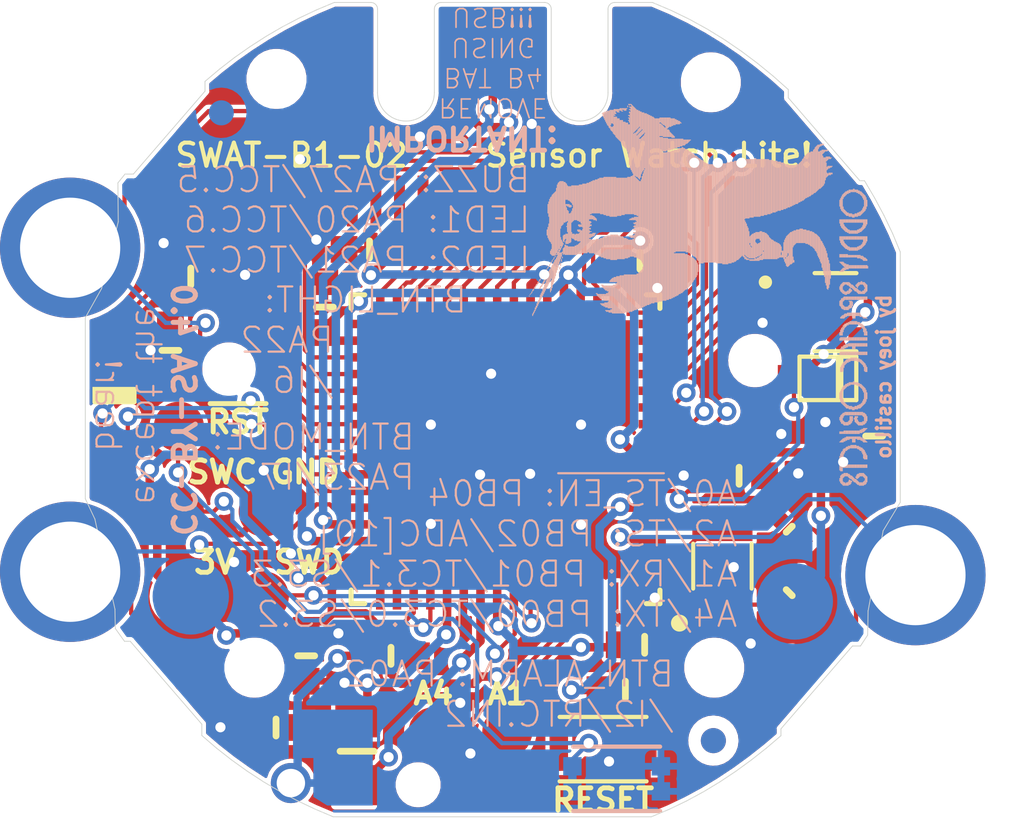
<source format=kicad_pcb>
(kicad_pcb (version 20211014) (generator pcbnew)
  (title_block (date "2023-01-23") (rev "02"))
  (layers (0 "F.Cu" signal) (31 "B.Cu" signal) (34 "B.Paste" user) (35 "F.Paste" user) (36 "B.SilkS" user "B.Silkscreen") (37 "F.SilkS" user "F.Silkscreen") (38 "B.Mask" user) (39 "F.Mask" user) (44 "Edge.Cuts" user))
  (net 0 "")
  (net 1 "GND")
  (net 2 "/~{RESET}")
  (net 3 "/SWCLK")
  (net 4 "/VDDCORE")
  (net 5 "/VLCD")
  (net 6 "/XIN32")
  (net 7 "/XOUT32")
  (net 8 "/SWDIO")
  (net 9 "/VDDOUT")
  (net 10 "/GREEN")
  (net 11 "Net-(LED0-Pad4)")
  (net 12 "Net-(LED0-Pad2)")
  (net 13 "/RED")
  (net 15 "/USB_P")
  (net 16 "/USB_N")
  (net 17 "/BUZZER")
  (net 18 "/ALARM")
  (net 19 "/MODE")
  (net 20 "/LIGHT")
  (net 21 "/SEG0")
  (net 22 "/SEG1")
  (net 23 "/SEG2")
  (net 24 "/SEG3")
  (net 25 "/SEG4")
  (net 26 "/SEG5")
  (net 27 "/SEG6")
  (net 28 "/SEG7")
  (net 29 "/SEG8")
  (net 30 "/SEG9")
  (net 31 "/SEG10")
  (net 32 "/SEG11")
  (net 33 "/SEG12")
  (net 34 "/SEG13")
  (net 35 "/SEG14")
  (net 36 "/SEG15")
  (net 37 "/SEG16")
  (net 38 "/SEG17")
  (net 39 "/COM2")
  (net 40 "/COM1")
  (net 41 "VCC")
  (net 42 "/COM0")
  (net 43 "VBUS")
  (net 44 "/SEG18")
  (net 45 "/SEG19")
  (net 46 "/SEG20")
  (net 47 "+3V3")
  (net 48 "/SEG21")
  (net 49 "/SEG22")
  (net 50 "/SEG23")
  (net 51 "/A2{slash}TS")
  (net 52 "/A1_SCK")
  (net 57 "/A0{slash}TS_EN")
  (net 60 "/A4{slash}D1{slash}MISO")
  (net 61 "/BUZZER_SAFE")
  (footprint "OSO-SWAT-A1-05:_0603MP" (layer "F.Cu") (at -5.0292 -3.0734 90)
    (fp_text reference "C3" hide)
    (fp_text value "0.1uF" hide)
  )
  (footprint "OSO-SWAT-A1-05:SOD-323F" (layer "F.Cu") (at 10.033 -0.9398)
    (fp_text reference "D1" hide)
    (fp_text value "SCHOTTKY" hide)
  )
  (footprint "OSO-SWAT-A1-05:_0603MP" (layer "F.Cu") (at -9.0424 -3.9878 180)
    (fp_text reference "R7" hide)
    (fp_text value "100" hide)
  )
  (footprint "OSO-SWAT-A1-05:MICROBUILDER_TESTPOINT_ROUND_1.5MM" (layer "F.Cu") (at -1.778 9.652 180)
    (fp_text reference "TP6" hide)
    (fp_text value "MICROBUILDER_TESTPOINTROUND1.5MM")
  )
  (footprint "OSO-SWAT-A1-05:_0402MP" (layer "F.Cu") (at 8.874521 5.475479 45)
    (fp_text reference "C7" hide)
    (fp_text value "10pf" hide)
  )
  (footprint "OSO-SWAT-A1-05:_0603MP" (layer "F.Cu") (at -3.048 7.366)
    (fp_text reference "R1" hide)
    (fp_text value "TBD" hide)
  )
  (footprint "OSO-SWAT-A1-05:_0603MP" (layer "F.Cu") (at 4.5466 7.0358)
    (fp_text reference "R10" hide)
    (fp_text value "10K THERM" hide)
  )
  (footprint "OSO-SWAT-A1-05:LED_QBLP655" (layer "F.Cu") (at -11.3284 0 90)
    (fp_text reference "LED0" hide)
    (fp_text value "QBLP655-RIG" hide)
  )
  (footprint "OSO-SWAT-A1-05:_0603MP" (layer "F.Cu") (at -6.4897 9.5123 180)
    (fp_text reference "C5" hide)
    (fp_text value "1uF" hide)
  )
  (footprint "Crystal:Crystal_SMD_3215-2Pin_3.2x1.5mm" (layer "F.Cu") (at 6.874521 4.6811 90)
    (fp_text reference "X1" hide)
    (fp_text value "Crystal" hide)
  )
  (footprint "OSO-SWAT-A1-05:_0402MP" (layer "F.Cu") (at 8.874521 3.575479 -45)
    (fp_text reference "C8" hide)
    (fp_text value "10pf" hide)
  )
  (footprint "OSO-SWAT-A1-05:MICROBUILDER_TESTPOINT_ROUND_1.5MM" (layer "F.Cu") (at -4.826 -10.922 180)
    (fp_text reference "TP8" hide)
    (fp_text value "MICROBUILDER_TESTPOINTROUND1.5MM" hide)
  )
  (footprint "OSO-SWAT-A1-05:_0603MP" (layer "F.Cu") (at 4.4069 -4.4577)
    (fp_text reference "C4" hide)
    (fp_text value "0.1uF" hide)
  )
  (footprint "OSO-SWAT-A1-05:MICROBUILDER_TESTPOINT_ROUND_1.5MM" (layer "F.Cu") (at 0.4318 9.652 180)
    (fp_text reference "TP7" hide)
    (fp_text value "MICROBUILDER_TESTPOINTROUND1.5MM" hide)
  )
  (footprint "OSO-SWAT-A1-05:QFN64_9X9MC_MCH" (layer "F.Cu") (at 0.381 1.1811 180)
    (fp_text reference "U1" hide)
    (fp_text value "ATSAML22J18A-MUT" hide)
  )
  (footprint "OSO-SWAT-A1-05:_0603MP" (layer "F.Cu") (at 11.4173 0.7874 -90)
    (fp_text reference "C1" hide)
    (fp_text value "10uF" hide)
  )
  (footprint "OSO-SWAT-A1-05:_0603MP" (layer "F.Cu") (at -3.690619 -4.8006 180)
    (fp_text reference "C6" hide)
    (fp_text value "1uF" hide)
  )
  (footprint "OSO-SWAT-A1-05:SOT65P210X110-5N" (layer "F.Cu") (at 10.2616 -2.921)
    (fp_text reference "U2" hide)
    (fp_text value "MIC5365-3.3YC5-TR" hide)
  )
  (footprint "OSO-SWAT-A1-05:SW_EVP-BB1AAB000" (layer "F.Cu") (at 3.302 10.16 180)
    (fp_text reference "RESET1" hide)
    (fp_text value "EVP-BB1AAB000" hide)
  )
  (footprint "OSO-SWD:OSO_SWD_2x3" (layer "F.Cu") (at -8.128 3.048)
    (fp_text reference "J1" hide)
    (fp_text value "OSO_SWD")
  )
  (footprint "OSO-SWAT-A1-05:_0603MP" (layer "F.Cu") (at 3.97 8.38 180)
    (fp_text reference "R11" hide)
    (fp_text value "10K 0.1%" hide)
  )
  (footprint "OSO-SWAT-A1-05:_0603MP" (layer "F.Cu") (at 7.374521 1.975479)
    (fp_text reference "C9" hide)
    (fp_text value "1uF" hide)
  )
  (footprint "OSO-SWAT-A1-05:CASIO-F91W-OUTLINE-USB" (layer "F.Cu") (at 0 0)
    (fp_text reference "U$2" hide)
    (fp_text value "SENSOR-WATCH-USB" hide)
    (fp_line (start -8.180268 -10.199068) (end -8.617081 -9.831118) (layer "Edge.Cuts") (width 0.025))
    (fp_line (start -1.55 -12.19444) (end 1.55 -12.19444) (layer "Edge.Cuts") (width 0.025))
    (fp_line (start 5.804081 11.71039) (end 5.283181 11.96119) (layer "Edge.Cuts") (width 0.025))
    (fp_line (start -8.712168 9.41319) (end -10.855031 6.931331) (layer "Edge.Cuts") (width 0.025))
    (fp_line (start -11.012131 -7.05574) (end -11.22435 -6.79254) (layer "Edge.Cuts") (width 0.025))
    (fp_line (start 8.19084 10.129768) (end 7.741568 10.483931) (layer "Edge.Cuts") (width 0.025))
    (fp_line (start -6.293709 -11.468231) (end -6.785659 -11.18159) (layer "Edge.Cuts") (width 0.025))
    (fp_line (start -7.729631 -10.547681) (end -8.180268 -10.199068) (layer "Edge.Cuts") (width 0.025))
    (fp_line (start -11.02729 6.931331) (end -11.301518 6.54825) (layer "Edge.Cuts") (width 0.025))
    (fp_line (start 8.6263 9.55375) (end 8.6263 9.75909) (layer "Edge.Cuts") (width 0.025))
    (fp_line (start -11.301518 6.54825) (end -11.31254 5.972231) (layer "Edge.Cuts") (width 0.025))
    (fp_line (start 7.927618 -10.371281) (end 7.443931 -10.73374) (layer "Edge.Cuts") (width 0.025))
    (fp_line (start 11.128809 -6.857309) (end 10.98964 -6.857309) (layer "Edge.Cuts") (width 0.025))
    (fp_line (start 6.309818 11.43615) (end 5.804081 11.71039) (layer "Edge.Cuts") (width 0.025))
    (fp_line (start 11.430609 -6.34469) (end 11.128809 -6.857309) (layer "Edge.Cuts") (width 0.025))
    (fp_line (start -7.349309 10.82155) (end -7.819209 10.485309) (layer "Edge.Cuts") (width 0.025))
    (fp_line (start 6.42694 -11.393809) (end 5.893659 -11.687331) (layer "Edge.Cuts") (width 0.025))
    (fp_line (start 3.45 -11.99444) (end 3.45 -9.49444) (layer "Edge.Cuts") (width 0.025))
    (fp_line (start 12.199568 -4.7241) (end 11.9694 -5.27944) (layer "Edge.Cuts") (width 0.025))
    (fp_line (start 1.75 -11.99444) (end 1.75 -9.49444) (layer "Edge.Cuts") (width 0.025))
    (fp_line (start -11.71355 -3.627168) (end -11.213318 -5.628081) (layer "Edge.Cuts") (width 0.025))
    (fp_line (start -5.273981 -11.973968) (end -5.789368 -11.731418) (layer "Edge.Cuts") (width 0.025))
    (fp_line (start 7.27855 10.82155) (end 6.801768 11.1385) (layer "Edge.Cuts") (width 0.025))
    (fp_line (start -8.712168 9.7522) (end -8.712168 9.41319) (layer "Edge.Cuts") (width 0.025))
    (fp_line (start 11.00755 7.071918) (end 10.76914 7.071918) (layer "Edge.Cuts") (width 0.025))
    (fp_line (start 3.65 -12.19444) (end 4.778809 -12.19444) (layer "Edge.Cuts") (width 0.025))
    (fp_line (start -8.617081 -9.831118) (end -8.617081 -9.5376) (layer "Edge.Cuts") (width 0.025))
    (fp_line (start 5.893659 -11.687331) (end 5.343809 -11.954659) (layer "Edge.Cuts") (width 0.025))
    (fp_line (start 4.747131 12.185809) (end -4.777868 12.185809) (layer "Edge.Cuts") (width 0.025))
    (fp_line (start -4.747559 -12.19444) (end -3.65 -12.19444) (layer "Edge.Cuts") (width 0.025))
    (fp_line (start 11.9694 -5.27944) (end 11.71174 -5.818281) (layer "Edge.Cuts") (width 0.025))
    (fp_line (start 11.6869 3.622668) (end 12.199568 2.76969) (layer "Edge.Cuts") (width 0.025))
    (fp_line (start -6.362618 11.4334) (end -6.86425 11.1385) (layer "Edge.Cuts") (width 0.025))
    (fp_line (start -5.789368 -11.731418) (end -6.293709 -11.468231) (layer "Edge.Cuts") (width 0.025))
    (fp_line (start -5.848631 11.70625) (end -6.362618 11.4334) (layer "Edge.Cuts") (width 0.025))
    (fp_line (start -8.617081 -9.5376) (end -10.761331 -7.05574) (layer "Edge.Cuts") (width 0.025))
    (fp_line (start 8.39615 -9.988218) (end 7.927618 -10.371281) (layer "Edge.Cuts") (width 0.025))
    (fp_line (start 6.801768 11.1385) (end 6.309818 11.43615) (layer "Edge.Cuts") (width 0.025))
    (fp_line (start -12.2 2.663568) (end -12.2 -2.757631) (layer "Edge.Cuts") (width 0.025))
    (fp_line (start 12.199568 2.76969) (end 12.199568 -4.7241) (layer "Edge.Cuts") (width 0.025))
    (fp_line (start -8.273968 10.12839) (end -8.712168 9.7522) (layer "Edge.Cuts") (width 0.025))
    (fp_line (start 8.8468 -9.34055) (end 8.8468 -9.5872) (layer "Edge.Cuts") (width 0.025))
    (fp_line (start -5.31944 11.95705) (end -5.848631 11.70625) (layer "Edge.Cuts") (width 0.025))
    (fp_line (start -12.2 -2.757631) (end -11.71355 -3.627168) (layer "Edge.Cuts") (width 0.025))
    (fp_line (start -11.31254 5.972231) (end -11.913368 3.27264) (layer "Edge.Cuts") (width 0.025))
    (fp_line (start 10.76914 7.071918) (end 8.6263 9.55375) (layer "Edge.Cuts") (width 0.025))
    (fp_line (start -6.785659 -11.18159) (end -7.263868 -10.874268) (layer "Edge.Cuts") (width 0.025))
    (fp_line (start 11.2363 6.021831) (end 11.222509 6.748068) (layer "Edge.Cuts") (width 0.025))
    (fp_line (start -7.263868 -10.874268) (end -7.729631 -10.547681) (layer "Edge.Cuts") (width 0.025))
    (fp_line (start 8.6263 9.75909) (end 8.19084 10.129768) (layer "Edge.Cuts") (width 0.025))
    (fp_line (start -11.22435 -6.79254) (end -11.213318 -5.628081) (layer "Edge.Cuts") (width 0.025))
    (fp_line (start 7.443931 -10.73374) (end 6.9437 -11.075468) (layer "Edge.Cuts") (width 0.025))
    (fp_line (start 11.222509 6.748068) (end 11.00755 7.071918) (layer "Edge.Cuts") (width 0.025))
    (fp_line (start 5.283181 11.96119) (end 4.747131 12.185809) (layer "Edge.Cuts") (width 0.025))
    (fp_line (start -7.819209 10.485309) (end -8.273968 10.12839) (layer "Edge.Cuts") (width 0.025))
    (fp_line (start 11.71174 -5.818281) (end 11.430609 -6.34469) (layer "Edge.Cuts") (width 0.025))
    (fp_line (start -3.45 -11.99444) (end -3.45 -9.49444) (layer "Edge.Cuts") (width 0.025))
    (fp_line (start 8.8468 -9.5872) (end 8.39615 -9.988218) (layer "Edge.Cuts") (width 0.025))
    (fp_line (start -4.747559 -12.19444) (end -5.273981 -11.973968) (layer "Edge.Cuts") (width 0.025))
    (fp_line (start 11.6869 3.622668) (end 11.2363 6.021831) (layer "Edge.Cuts") (width 0.025))
    (fp_line (start -11.913368 3.27264) (end -12.2 2.663568) (layer "Edge.Cuts") (width 0.025))
    (fp_line (start -10.761331 -7.05574) (end -11.012131 -7.05574) (layer "Edge.Cuts") (width 0.025))
    (fp_line (start -6.86425 11.1385) (end -7.349309 10.82155) (layer "Edge.Cuts") (width 0.025))
    (fp_line (start 6.9437 -11.075468) (end 6.42694 -11.393809) (layer "Edge.Cuts") (width 0.025))
    (fp_line (start -10.855031 6.931331) (end -11.02729 6.931331) (layer "Edge.Cuts") (width 0.025))
    (fp_line (start 5.343809 -11.954659) (end 4.778809 -12.19444) (layer "Edge.Cuts") (width 0.025))
    (fp_line (start -1.75 -11.99444) (end -1.75 -9.49444) (layer "Edge.Cuts") (width 0.025))
    (fp_line (start 7.741568 10.483931) (end 7.27855 10.82155) (layer "Edge.Cuts") (width 0.025))
    (fp_line (start 10.98964 -6.857309) (end 8.8468 -9.34055) (layer "Edge.Cuts") (width 0.025))
    (fp_line (start -4.777868 12.185809) (end -5.31944 11.95705) (layer "Edge.Cuts") (width 0.025))
    (fp_arc (start 3.45 -9.49444) (mid 2.6 -8.64444) (end 1.75 -9.49444) (layer "Edge.Cuts") (width 0.025))
    (fp_arc (start 3.45 -11.99444) (mid 3.508579 -12.135861) (end 3.65 -12.19444) (layer "Edge.Cuts") (width 0.025))
    (fp_arc (start 1.55 -12.19444) (mid 1.69143 -12.13587) (end 1.75 -11.99444) (layer "Edge.Cuts") (width 0.025))
    (fp_arc (start -1.75 -9.49444) (mid -2.6 -8.64444) (end -3.45 -9.49444) (layer "Edge.Cuts") (width 0.025))
    (fp_arc (start -1.75 -11.99444) (mid -1.691421 -12.135861) (end -1.55 -12.19444) (layer "Edge.Cuts") (width 0.025))
    (fp_arc (start -3.65 -12.19444) (mid -3.508579 -12.135861) (end -3.45 -11.99444) (layer "Edge.Cuts") (width 0.025))
  )
  (footprint "OSO-SWAT-A1-05:MICROBUILDER_TESTPOINT_ROUND_1.5MM" (layer "F.Cu") (at 4.826 -10.922)
    (fp_text reference "TP1" hide)
    (fp_text value "MICROBUILDER_TESTPOINTROUND1.5MM" hide)
  )
  (footprint "OSO-SWAT-A1-05:MICROBUILDER__0805MP" (layer "F.Cu") (at -4.064 10.2235 -90)
    (fp_text reference "L1" hide)
    (fp_text value "10uH" hide)
  )
  (footprint "OSO-SWAT-A1-05:_0603MP" (layer "F.Cu") (at -5.588 7.366 -90)
    (fp_text reference "C2" hide)
    (fp_text value "0.1uF" hide)
  )
  (footprint "OSO-SWAT-A1-05:MICROBUILDER_TESTPOINT_ROUND_1.5MM" (layer "F.Cu") (at 8.89 7.874 180)
    (fp_text reference "TP10" hide)
    (fp_text value "MICROBUILDER_TESTPOINTROUND1.5MM" hide)
  )
  (footprint "OSO-SWAT-A1-05:MICROBUILDER_TESTPOINT_ROUND_1.5MM" (layer "F.Cu") (at -8.89 7.874 180)
    (fp_text reference "TP9" hide)
    (fp_text value "MICROBUILDER_TESTPOINTROUND1.5MM" hide)
  )
  (footprint "Fiducial:Fiducial_0.75mm_Mask1.5mm" (layer "F.Cu") (at 6.604 9.906)
    (fp_text reference "FID10" hide)
    (fp_text value "Fiducial" hide)
  )
  (footprint "Fiducial:Fiducial_0.75mm_Mask1.5mm" (layer "F.Cu") (at 4.572 -9.144)
    (fp_text reference "FID9" hide)
    (fp_text value "Fiducial" hide)
  )
  (footprint "OSO-SWAT-A1-05:_0603MP" (layer "F.Cu") (at -9.652 -1.778 90)
    (fp_text reference "R6" hide)
    (fp_text value "1K" hide)
  )
  (footprint "Fiducial:Fiducial_0.75mm_Mask1.5mm" (layer "F.Cu") (at -4.572 -9.144)
    (fp_text reference "FID7" hide)
    (fp_text value "Fiducial" hide)
  )
  (footprint "Fiducial:Fiducial_0.75mm_Mask1.5mm" (layer "B.Cu") (at -8.128 -8.89 180)
    (fp_text reference "FID8" hide)
    (fp_text value "Fiducial" hide)
  )
  (footprint "OSO-SWAT-A1-05:SW_EVP-BB1AAB000" (layer "B.Cu") (at 3.7084 11.049 180)
    (fp_text reference "RESET0" hide)
    (fp_text value "EVP-BB1AAB000" hide)
  )
  (footprint "Fiducial:Fiducial_0.75mm_Mask1.5mm" (layer "B.Cu") (at 6.604 9.906 180)
    (fp_text reference "FID11" hide)
    (fp_text value "Fiducial" hide)
  )
  (footprint "OSO-SWAT-A1-05:OSO_WORDMARK_ONELINE_350MIL_1000DPI" (layer "B.Cu") (at 10.795 -2.159 -90)
    (fp_text reference "U$6" hide)
    (fp_text value "" hide)
  )
  (footprint "OSO-SWAT-A1-05:OSO_BEAR_250X360MIL_1000DPI" (layer "B.Cu") (at 5.588 -5.969 -90)
    (fp_text reference "U$5" hide)
    (fp_text value "" hide)
  )
  (gr_rect (start -11.925479 -0.624521) (end -10.725479 -0.224521) (layer "F.SilkS") (width 0.12) (fill solid))
  (gr_text "CC-BY-SA 4.0" (at -9.271 0 -90) (layer "B.SilkS") (effects (font (size 0.666496 0.666496) (thickness 0.146304)) (justify mirror)))
  (gr_text "BTN_MODE: \nPA23/I7" (at -2.286 0.381) (layer "B.SilkS") (effects (font (size 0.747776 0.747776) (thickness 0.065024)) (justify left top mirror)))
  (gr_text "by joey castillo" (at 11.7094 -0.9906 -270) (layer "B.SilkS") (effects (font (size 0.41656 0.41656) (thickness 0.09144)) (justify mirror)))
  (gr_text "REMOVE\nBAT B4\nUSING\nUSB!!!" (at 0.007121 -8.719321 -180) (layer "B.SilkS") (effects (font (size 0.560832 0.560832) (thickness 0.048768)) (justify top mirror)))
  (gr_text "except the\nbear!" (at -10.922 -0.127 -90) (layer "B.SilkS") (effects (font (size 0.747776 0.747776) (thickness 0.065024)) (justify mirror)))
  (gr_text "IMPORTANT:" (at -0.925479 -7.747 -180) (layer "B.SilkS") (effects (font (size 0.666496 0.666496) (thickness 0.146304)) (justify top mirror)))
  (gr_text "BUZZ: PA27/TCC.5\nLED1: PA20/TCC.6\nLED2: PA21/TCC.7" (at 1.174521 -7.324521) (layer "B.SilkS") (effects (font (size 0.747776 0.747776) (thickness 0.065024)) (justify left top mirror)))
  (gr_text "A0/~{TS_EN}: PB04\nA2/TS: PB02/ADC[10]\nA1/RX: PB01/TC3.1/S3.3\nA4/TX: PB00/TC3.0/S3.2\n" (at 7.374521 2.075479) (layer "B.SilkS") (effects (font (size 0.747776 0.747776) (thickness 0.065024)) (justify left top mirror)))
  (gr_text "BTN_ALARM: PA02\n/I2/RTC.IN2" (at 5.474521 7.475479) (layer "B.SilkS") (effects (font (size 0.747776 0.747776) (thickness 0.065024)) (justify left top mirror)))
  (gr_text "BTN_LIGHT: \n       PA22\n       /I6" (at -0.725479 -3.724521) (layer "B.SilkS") (effects (font (size 0.747776 0.747776) (thickness 0.065024)) (justify left top mirror)))
  (gr_text "3V" (at -9.025479 4.175479) (layer "F.SilkS") (effects (font (size 0.666496 0.666496) (thickness 0.146304)) (justify left top)))
  (gr_text "A1" (at 0.4318 8.125) (layer "F.SilkS") (effects (font (size 0.635 0.635) (thickness 0.146304)) (justify top)))
  (gr_text "SWD" (at -6.625479 4.175479) (layer "F.SilkS") (effects (font (size 0.666496 0.666496) (thickness 0.146304)) (justify left top)))
  (gr_text "Sensor Watch Lite!" (at 4.674521 -7.62) (layer "F.SilkS") (effects (font (size 0.69088 0.69088) (thickness 0.12192))))
  (gr_text "A4" (at -1.778 8.125) (layer "F.SilkS") (effects (font (size 0.635 0.635) (thickness 0.146304)) (justify top)))
  (gr_text "SWC" (at -9.225479 1.475479) (layer "F.SilkS") (effects (font (size 0.666496 0.666496) (thickness 0.146304)) (justify left top)))
  (gr_text "~{RST}" (at -8.625479 -0.024521) (layer "F.SilkS") (effects (font (size 0.666496 0.666496) (thickness 0.146304)) (justify left top)))
  (gr_text "GND" (at -6.725479 1.475479) (layer "F.SilkS") (effects (font (size 0.666496 0.666496) (thickness 0.146304)) (justify left top)))
  (gr_text "RESET" (at 3.302 11.684) (layer "F.SilkS") (effects (font (size 0.666496 0.666496) (thickness 0.146304))))
  (gr_text "SWAT-B1-02" (at -6.025479 -7.62) (layer "F.SilkS") (effects (font (size 0.69088 0.69088) (thickness 0.12192))))
  (segment (start -8.1026 0.326412) (end -9.445012 -1.016) (width 0.254) (layer "F.Cu") (net 1))
  (segment (start -3.617413 -2.5689) (end -3.601213 -2.5527) (width 0.254) (layer "F.Cu") (net 1))
  (segment (start -0.869 2.4311) (end -0.869 5.5753) (width 0.254) (layer "F.Cu") (net 1))
  (segment (start 4.627 10.535) (end 4.627 9.785) (width 0.55) (layer "F.Cu") (net 1))
  (segment (start -7.133191 1.8161) (end -8.1026 0.846692) (width 0.254) (layer "F.Cu") (net 1))
  (segment (start 8.829162 4.7117) (end 8.45672 4.7117) (width 0.127) (layer "F.Cu") (net 1))
  (segment (start -1.3462 -0.5842) (end -1.3462 -0.0635) (width 0.254) (layer "F.Cu") (net 1))
  (segment (start -4.0132 -2.5689) (end -3.617413 -2.5689) (width 0.254) (layer "F.Cu") (net 1))
  (segment (start 8.45672 4.7117) (end 9.233731 3.934689) (width 0.127) (layer "F.Cu") (net 1))
  (segment (start -5.2832 -5.0927) (end -5.2832 -4.0894) (width 0.254) (layer "F.Cu") (net 1))
  (segment (start 1.131 1.9311) (end 1.1176 1.9177) (width 0.254) (layer "F.Cu") (net 1))
  (segment (start 9.6774 4.5212) (end 10.16 5.0038) (width 0.127) (layer "F.Cu") (net 1))
  (segment (start 7.2136 4.7117) (end 8.45672 4.7117) (width 0.127) (layer "F.Cu") (net 1))
  (segment (start -9.445012 -1.016) (end -9.652 -1.016) (width 0.254) (layer "F.Cu") (net 1))
  (segment (start -0.869 2.4311) (end -1.8542 3.4163) (width 0.254) (layer "F.Cu") (net 1))
  (segment (start -3.601213 -2.5527) (end -3.3147 -2.5527) (width 0.254) (layer "F.Cu") (net 1))
  (segment (start -1.3462 -0.0635) (end -1.8542 0.4445) (width 0.254) (layer "F.Cu") (net 1))
  (segment (start -8.1026 0.846692) (end -8.1026 0.326412) (width 0.254) (layer "F.Cu") (net 1))
  (segment (start 0.381 1.1811) (end 1.1176 1.9177) (width 0.254) (layer "F.Cu") (net 1))
  (segment (start 10.16 5.0038) (end 10.16 5.1562) (width 0.127) (layer "F.Cu") (net 1))
  (segment (start -10.246856 -1.783928) (end -10.246856 -1.610856) (width 0.254) (layer "F.Cu") (net 1))
  (segment (start -4.0132 4.4311) (end -2.869 4.4311) (width 0.254) (layer "F.Cu") (net 1))
  (segment (start 1.3 -8.69295) (end 1.3 -10.64444) (width 0.254) (layer "F.Cu") (net 1))
  (segment (start 4.7752 1.9311) (end 1.131 1.9311) (width 0.254) (layer "F.Cu") (net 1))
  (segment (start -10.246856 -1.610856) (end -9.652 -1.016) (width 0.254) (layer "F.Cu") (net 1))
  (segment (start -6.858 1.8161) (end -7.133191 1.8161) (width 0.254) (layer "F.Cu") (net 1))
  (segment (start 8.3185 6.9977) (end 7.7216 6.9977) (width 0.127) (layer "F.Cu") (net 1))
  (segment (start 9.017 4.5212) (end 9.6774 4.5212) (width 0.127) (layer "F.Cu") (net 1))
  (segment (start 1.16595 -8.5589) (end 1.3 -8.69295) (width 0.254) (layer "F.Cu") (net 1))
  (segment (start 10.4902 3.542222) (end 10.292811 3.739611) (width 0.127) (layer "F.Cu") (net 1))
  (segment (start -3.3147 -2.5527) (end -1.3462 -0.5842) (width 0.254) (layer "F.Cu") (net 1))
  (segment (start 10.292811 3.739611) (end 10.292811 4.870989) (width 0.127) (layer "F.Cu") (net 1))
  (segment (start 8.829162 4.7117) (end 8.829162 4.709038) (width 0.127) (layer "F.Cu") (net 1))
  (segment (start 1.631 -3.2131) (end 1.631 -0.5661) (width 0.254) (layer "F.Cu") (net 1))
  (segment (start -5.2832 -4.0894) (end -5.0292 -3.8354) (width 0.254) (layer "F.Cu") (net 1))
  (segment (start -2.869 4.4311) (end -1.8542 3.4163) (width 0.254) (layer "F.Cu") (net 1))
  (segment (start 9.233731 5.116269) (end 8.829162 4.7117) (width 0.127) (layer "F.Cu") (net 1))
  (segment (start 10.4902 1.5621) (end 10.4902 3.542222) (width 0.127) (layer "F.Cu") (net 1))
  (segment (start 10.292811 4.870989) (end 10.16 5.0038) (width 0.127) (layer "F.Cu") (net 1))
  (segment (start 1.631 -0.5661) (end 2.6416 0.4445) (width 0.254) (layer "F.Cu") (net 1))
  (segment (start 10.16 5.1562) (end 8.3185 6.9977) (width 0.127) (layer "F.Cu") (net 1))
  (segment (start 8.829162 4.709038) (end 9.017 4.5212) (width 0.127) (layer "F.Cu") (net 1))
  (via (at 3.4798 10.5283) (size 0.5588) (drill 0.3048) (layers "F.Cu" "B.Cu") (net 1))
  (via (at -2.18 -8.1779) (size 0.5588) (drill 0.3048) (layers "F.Cu" "B.Cu") (net 1))
  (via (at 1.16595 -8.5589) (size 0.5588) (drill 0.3048) (layers "F.Cu" "B.Cu") (net 1))
  (via (at -5.2832 -5.0927) (size 0.5588) (drill 0.3048) (layers "F.Cu" "B.Cu") (net 1))
  (via (at 4.9276 -3.6449) (size 0.5588) (drill 0.3048) (layers "F.Cu" "B.Cu") (net 1))
  (via (at -7.747 4.5593) (size 0.5588) (drill 0.3048) (layers "F.Cu" "B.Cu") (net 1))
  (via (at -4.6228 6.6929) (size 0.5588) (drill 0.3048) (layers "F.Cu" "B.Cu") (net 1))
  (via (at -0.975 8.775) (size 0.5588) (drill 0.3048) (layers "F.Cu" "B.Cu") (net 1))
  (via (at -1.8542 0.4445) (size 0.5588) (drill 0.3048) (layers "F.Cu" "B.Cu") (net 1))
  (via (at -6.0452 4.3053) (size 0.5588) (drill 0.3048) (layers "F.Cu" "B.Cu") (net 1))
  (via (at 4.8514 5.6261) (size 0.5588) (drill 0.3048) (layers "F.Cu" "B.Cu") (net 1))
  (via (at -9.8552 -4.9911) (size 0.5588) (drill 0.3048) (layers "F.Cu" "B.Cu") (net 1))
  (via (at -8.154707 9.505191) (size 0.5588) (drill 0.3048) (layers "F.Cu" "B.Cu") (net 1))
  (via (at -0.0508 -1.0795) (size 0.5588) (drill 0.3048) (layers "F.Cu" "B.Cu") (net 1))
  (via (at -1.8542 3.4163) (size 0.5588) (drill 0.3048) (layers "F.Cu" "B.Cu") (net 1))
  (via (at 5.715 1.9685) (size 0.5588) (drill 0.3048) (layers "F.Cu" "B.Cu") (net 1))
  (via (at 2.6416 0.4445) (size 0.5588) (drill 0.3048) (layers "F.Cu" "B.Cu") (net 1))
  (via (at 7.2136 4.7117) (size 0.5588) (drill 0.3048) (layers "F.Cu" "B.Cu") (net 1))
  (via (at 7.7216 6.9977) (size 0.5588) (drill 0.3048) (layers "F.Cu" "B.Cu") (net 1))
  (via (at 8.0772 -2.6035) (size 0.5588) (drill 0.3048) (layers "F.Cu" "B.Cu") (net 1))
  (via (at 1.1176 1.9177) (size 0.5588) (drill 0.3048) (layers "F.Cu" "B.Cu") (net 1))
  (via (at -10.246856 -1.783928) (size 0.5588) (drill 0.3048) (layers "F.Cu" "B.Cu") (net 1))
  (via (at -4.439169 8.174588) (size 0.5588) (drill 0.3048) (layers "F.Cu" "B.Cu") (net 1))
  (via (at -0.67 10.29) (size 0.5588) (drill 0.3048) (layers "F.Cu" "B.Cu") (net 1))
  (via (at 9.144 1.905) (size 0.5588) (drill 0.3048) (layers "F.Cu" "B.Cu") (net 1))
  (via (at 2.6416 3.4417) (size 0.5588) (drill 0.3048) (layers "F.Cu" "B.Cu") (net 1))
  (via (at 9.9568 0.3683) (size 0.5588) (drill 0.3048) (layers "F.Cu" "B.Cu") (net 1))
  (via (at -7.4168 -4.0386) (size 0.5588) (drill 0.3048) (layers "F.Cu" "B.Cu") (net 1))
  (via (at -0.381 1.9431) (size 0.5588) (drill 0.3048) (layers "F.Cu" "B.Cu") (net 1))
  (via (at -5.775 -7.5) (size 0.5588) (drill 0.3048) (layers "F.Cu" "B.Cu") (net 1))
  (via (at -6.858 1.8161) (size 0.5588) (drill 0.3048) (layers "F.Cu" "B.Cu") (net 1))
  (via (at 10.4902 1.5621) (size 0.5588) (drill 0.3048) (layers "F.Cu" "B.Cu") (net 1))
  (via (at 8.636 0.7239) (size 0.5588) (drill 0.3048) (layers "F.Cu" "B.Cu") (net 1))
  (segment (start 2.315 10.535) (end 1.977 10.535) (width 0.127) (layer "F.Cu") (net 2))
  (segment (start -9.4234 0.5334) (end -9.4234 1.8796) (width 0.127) (layer "F.Cu") (net 2))
  (segment (start 2.87 9.98) (end 2.315 10.535) (width 0.127) (layer "F.Cu") (net 2))
  (segment (start 1.977 9.785) (end 1.977 10.535) (width 0.55) (layer "F.Cu") (net 2))
  (segment (start -1.869 5.5753) (end -1.869 6.306344) (width 0.127) (layer "F.Cu") (net 2))
  (segment (start -1.869 6.306344) (end -2.0828 6.520144) (width 0.127) (layer "F.Cu") (net 2))
  (segment (start -9.4234 0.5334) (end -9.398 0.508) (width 0.127) (layer "F.Cu") (net 2))
  (via (at -9.4234 1.8796) (size 0.5588) (drill 0.3048) (layers "F.Cu" "B.Cu") (net 2))
  (via (at -2.0828 6.520144) (size 0.5588) (drill 0.3048) (layers "F.Cu" "B.Cu") (net 2))
  (via (at 2.87 9.98) (size 0.5588) (drill 0.3048) (layers "F.Cu" "B.Cu") (net 2))
  (segment (start -1.850688 6.520144) (end -1.591644 6.2611) (width 0.127) (layer "B.Cu") (net 2))
  (segment (start -4.867363 6.096) (end -2.506944 6.096) (width 0.127) (layer "B.Cu") (net 2))
  (segment (start -5.075282 6.303919) (end -4.867363 6.096) (width 0.127) (layer "B.Cu") (net 2))
  (segment (start -2.0828 6.520144) (end -1.850688 6.520144) (width 0.127) (layer "B.Cu") (net 2))
  (segment (start 2.87 9.98) (end 0.2772 9.98) (width 0.127) (layer "B.Cu") (net 2))
  (segment (start -7.1882 4.778813) (end -5.663094 6.303919) (width 0.127) (layer "B.Cu") (net 2))
  (segment (start -1.202357 6.2611) (end -0.4699 6.993557) (width 0.127) (layer "B.Cu") (net 2))
  (segment (start -0.4699 6.993557) (end -0.4699 9.2329) (width 0.127) (layer "B.Cu") (net 2))
  (segment (start 2.3834 11.424) (end 2.3834 10.674) (width 0.25) (layer "B.Cu") (net 2))
  (segment (start -5.663094 6.303919) (end -5.075282 6.303919) (width 0.127) (layer "B.Cu") (net 2))
  (segment (start -7.1882 4.296213) (end -7.1882 4.778813) (width 0.127) (layer "B.Cu") (net 2))
  (segment (start 2.3834 10.674) (end 2.3834 10.4666) (width 0.127) (layer "B.Cu") (net 2))
  (segment (start 2.3834 10.4666) (end 2.87 9.98) (width 0.127) (layer "B.Cu") (net 2))
  (segment (start -9.4234 1.8796) (end -9.4234 2.061013) (width 0.127) (layer "B.Cu") (net 2))
  (segment (start -1.591644 6.2611) (end -1.202357 6.2611) (width 0.127) (layer "B.Cu") (net 2))
  (segment (start -0.4699 9.2329) (end -0.2064 9.4964) (width 0.127) (layer "B.Cu") (net 2))
  (segment (start 0.2772 9.98) (end -0.2064 9.4964) (width 0.127) (layer "B.Cu") (net 2))
  (segment (start -2.506944 6.096) (end -2.0828 6.520144) (width 0.127) (layer "B.Cu") (net 2))
  (segment (start -9.4234 2.061013) (end -7.1882 4.296213) (width 0.127) (layer "B.Cu") (net 2))
  (segment (start 0.6564 5.6007) (end 0.6564 6.7096) (width 0.127) (layer "F.Cu") (net 3))
  (segment (start 0.0635 7.3025) (end 0.6564 6.7096) (width 0.127) (layer "F.Cu") (net 3))
  (segment (start -8.0518 2.7432) (end -8.3566 3.048) (width 0.127) (layer "F.Cu") (net 3))
  (segment (start -8.3566 3.048) (end -9.398 3.048) (width 0.127) (layer "F.Cu") (net 3))
  (segment (start 0.6564 5.6007) (end 0.631 5.5753) (width 0.127) (layer "F.Cu") (net 3))
  (via (at -8.0518 2.7432) (size 0.5588) (drill 0.3048) (layers "F.Cu" "B.Cu") (net 3))
  (via (at 0.0635 7.3025) (size 0.5588) (drill 0.3048) (layers "F.Cu" "B.Cu") (net 3))
  (segment (start -7.7978 2.9972) (end -7.7978 3.3274) (width 0.127) (layer "B.Cu") (net 3))
  (segment (start -6.9342 4.6736) (end -5.557882 6.049919) (width 0.127) (layer "B.Cu") (net 3))
  (segment (start -5.557882 6.049919) (end -5.180494 6.049919) (width 0.127) (layer "B.Cu") (net 3))
  (segment (start -5.180494 6.049919) (end -4.972575 5.842) (width 0.127) (layer "B.Cu") (net 3))
  (segment (start 0.0635 7.3025) (end 0.0635 7.0485) (width 0.127) (layer "B.Cu") (net 3))
  (segment (start -1.143 5.842) (end 0.0635 7.0485) (width 0.127) (layer "B.Cu") (net 3))
  (segment (start -6.9342 4.191) (end -7.7978 3.3274) (width 0.127) (layer "B.Cu") (net 3))
  (segment (start -8.0518 2.7432) (end -7.7978 2.9972) (width 0.127) (layer "B.Cu") (net 3))
  (segment (start -4.972575 5.842) (end -1.143 5.842) (width 0.127) (layer "B.Cu") (net 3))
  (segment (start -6.9342 4.191) (end -6.9342 4.6736) (width 0.127) (layer "B.Cu") (net 3))
  (segment (start -4.3688 9.5123) (end -5.7277 9.5123) (width 0.254) (layer "F.Cu") (net 4))
  (segment (start -1.369 6.703) (end -1.369 5.5753) (width 0.254) (layer "F.Cu") (net 4))
  (segment (start -3.753867 8.897367) (end -4.3688 9.5123) (width 0.254) (layer "F.Cu") (net 4))
  (segment (start -3.753867 8.175769) (end -3.753867 8.897367) (width 0.254) (layer "F.Cu") (net 4))
  (segment (start -1.397 6.731) (end -1.369 6.703) (width 0.254) (layer "F.Cu") (net 4))
  (via (at -3.753867 8.175769) (size 0.5588) (drill 0.3048) (layers "F.Cu" "B.Cu") (net 4))
  (via (at -1.397 6.731) (size 0.5588) (drill 0.3048) (layers "F.Cu" "B.Cu") (net 4))
  (segment (start -2.841769 8.175769) (end -1.397 6.731) (width 0.254) (layer "B.Cu") (net 4))
  (segment (start -3.753867 8.175769) (end -2.841769 8.175769) (width 0.254) (layer "B.Cu") (net 4))
  (segment (start 1.447515 -4.049228) (end 1.131 -3.732712) (width 0.254) (layer "F.Cu") (net 5))
  (segment (start -2.928619 -4.8006) (end -2.928619 -4.747831) (width 0.254) (layer "F.Cu") (net 5))
  (segment (start 1.447515 -4.049228) (end 1.538771 -4.049228) (width 0.254) (layer "F.Cu") (net 5))
  (segment (start -2.928619 -4.747831) (end -3.647725 -4.028725) (width 0.254) (layer "F.Cu") (net 5))
  (segment (start 1.131 -3.2131) (end 1.131 -3.732712) (width 0.254) (layer "F.Cu") (net 5))
  (via (at 1.538771 -4.049228) (size 0.5588) (drill 0.3048) (layers "F.Cu" "B.Cu") (net 5))
  (via (at -3.647725 -4.028725) (size 0.5588) (drill 0.3048) (layers "F.Cu" "B.Cu") (net 5))
  (segment (start -3.627222 -4.049228) (end 1.538771 -4.049228) (width 0.254) (layer "B.Cu") (net 5))
  (segment (start -3.647725 -4.028725) (end -3.627222 -4.049228) (width 0.254) (layer "B.Cu") (net 5))
  (segment (start 8.515311 5.834689) (end 6.920932 5.834689) (width 0.127) (layer "F.Cu") (net 6))
  (segment (start 4.7752 4.9311) (end 5.530142 4.9311) (width 0.127) (layer "F.Cu") (net 6))
  (segment (start 5.530142 4.9311) (end 6.480142 5.8811) (width 0.127) (layer "F.Cu") (net 6))
  (segment (start 6.920932 5.834689) (end 6.874521 5.8811) (width 0.127) (layer "F.Cu") (net 6))
  (segment (start 6.480142 5.8811) (end 6.874521 5.8811) (width 0.127) (layer "F.Cu") (net 6))
  (segment (start 6.4689 3.4811) (end 6.874521 3.4811) (width 0.127) (layer "F.Cu") (net 7))
  (segment (start 6.874521 3.4811) (end 8.25048 3.4811) (width 0.127) (layer "F.Cu") (net 7))
  (segment (start 8.25048 3.4811) (end 8.515311 3.216269) (width 0.127) (layer "F.Cu") (net 7))
  (segment (start 5.5189 4.4311) (end 6.4689 3.4811) (width 0.127) (layer "F.Cu") (net 7))
  (segment (start 4.7752 4.4311) (end 5.5189 4.4311) (width 0.127) (layer "F.Cu") (net 7))
  (segment (start 1.131 5.5753) (end 1.131 6.3634) (width 0.127) (layer "F.Cu") (net 8))
  (segment (start -5.366522 5.555479) (end -6.825479 5.555479) (width 0.127) (layer "F.Cu") (net 8))
  (segment (start -6.825479 5.555479) (end -6.858 5.588) (width 0.127) (layer "F.Cu") (net 8))
  (segment (start 1.131 6.3634) (end 1.157771 6.390172) (width 0.127) (layer "F.Cu") (net 8))
  (via (at -5.366522 5.555479) (size 0.5588) (drill 0.3048) (layers "F.Cu" "B.Cu") (net 8))
  (via (at 1.157771 6.390172) (size 0.5588) (drill 0.3048) (layers "F.Cu" "B.Cu") (net 8))
  (segment (start -5.341122 5.580879) (end -5.366522 5.555479) (width 0.127) (layer "B.Cu") (net 8))
  (segment (start 0.348478 5.580879) (end -5.341122 5.580879) (width 0.127) (layer "B.Cu") (net 8))
  (segment (start 1.157771 6.390172) (end 0.348478 5.580879) (width 0.127) (layer "B.Cu") (net 8))
  (segment (start -0.369 5.5753) (end -0.369 6.9222) (width 0.254) (layer "F.Cu") (net 9))
  (segment (start -0.369 6.9222) (end -0.9398 7.493) (width 0.254) (layer "F.Cu") (net 9))
  (segment (start -3.12 10.4) (end -3.9595 11.2395) (width 0.254) (layer "F.Cu") (net 9))
  (segment (start -3.9595 11.2395) (end -4.064 11.2395) (width 0.254) (layer "F.Cu") (net 9))
  (segment (start -0.9398 7.493) (end -0.9398 7.5692) (width 0.254) (layer "F.Cu") (net 9))
  (via (at -3.12 10.4) (size 0.5588) (drill 0.3048) (layers "F.Cu" "B.Cu") (net 9))
  (via (at -0.9398 7.5692) (size 0.5588) (drill 0.3048) (layers "F.Cu" "B.Cu") (net 9))
  (segment (start -3.12 10.4) (end -3.12 9.7494) (width 0.254) (layer "B.Cu") (net 9))
  (segment (start -3.12 9.7494) (end -0.9398 7.5692) (width 0.254) (layer "B.Cu") (net 9))
  (segment (start -5.36655 1.9311) (end -6.873038 0.424613) (width 0.127) (layer "F.Cu") (net 10))
  (segment (start -10.9284 1.5) (end -10.9284 0.2096) (width 0.127) (layer "F.Cu") (net 10))
  (segment (start -6.873038 0.424613) (end -7.228638 0.424613) (width 0.127) (layer "F.Cu") (net 10))
  (segment (start -10.9284 0.2096) (end -10.922 0.2032) (width 0.127) (layer "F.Cu") (net 10))
  (segment (start -4.0132 1.9311) (end -5.36655 1.9311) (width 0.127) (layer "F.Cu") (net 10))
  (via (at -7.228638 0.424613) (size 0.5588) (drill 0.3048) (layers "F.Cu" "B.Cu") (net 10))
  (via (at -10.922 0.2032) (size 0.5588) (drill 0.3048) (layers "F.Cu" "B.Cu") (net 10))
  (segment (start -7.450051 0.2032) (end -7.228638 0.424613) (width 0.127) (layer "B.Cu") (net 10))
  (segment (start -10.922 0.2032) (end -7.450051 0.2032) (width 0.127) (layer "B.Cu") (net 10))
  (segment (start -10.9284 -1.5) (end -10.9284 -2.0764) (width 0.127) (layer "F.Cu") (net 11))
  (segment (start -10.9284 -2.0764) (end -10.4648 -2.54) (width 0.127) (layer "F.Cu") (net 11))
  (segment (start -10.4648 -2.54) (end -9.652 -2.54) (width 0.127) (layer "F.Cu") (net 11))
  (segment (start -11.7284 -2.0638) (end -11.7284 -1.5) (width 0.127) (layer "F.Cu") (net 12))
  (segment (start -9.8044 -3.9878) (end -11.7284 -2.0638) (width 0.127) (layer "F.Cu") (net 12))
  (segment (start -11.7284 -2.1908) (end -11.7284 -1.5) (width 0.127) (layer "F.Cu") (net 12))
  (segment (start -4.0132 1.4311) (end -5.36955 1.4311) (width 0.127) (layer "F.Cu") (net 13))
  (segment (start -11.7284 0.154) (end -11.684 0.1096) (width 0.127) (layer "F.Cu") (net 13))
  (segment (start -7.070625 -0.269975) (end -7.248425 -0.269975) (width 0.127) (layer "F.Cu") (net 13))
  (segment (start -5.36955 1.4311) (end -7.070625 -0.269975) (width 0.127) (layer "F.Cu") (net 13))
  (segment (start -11.7284 1.5) (end -11.7284 0.154) (width 0.127) (layer "F.Cu") (net 13))
  (via (at -11.684 0.1096) (size 0.5588) (drill 0.3048) (layers "F.Cu" "B.Cu") (net 13))
  (via (at -7.248425 -0.269975) (size 0.5588) (drill 0.3048) (layers "F.Cu" "B.Cu") (net 13))
  (segment (start -10.414 -0.05032) (end -7.46808 -0.05032) (width 0.127) (layer "B.Cu") (net 13))
  (segment (start -7.46808 -0.05032) (end -7.248425 -0.269975) (width 0.127) (layer "B.Cu") (net 13))
  (segment (start -11.303 -0.2714) (end -10.63508 -0.2714) (width 0.127) (layer "B.Cu") (net 13))
  (segment (start -11.684 0.1096) (end -11.303 -0.2714) (width 0.127) (layer "B.Cu") (net 13))
  (segment (start -10.63508 -0.2714) (end -10.414 -0.05032) (width 0.127) (layer "B.Cu") (net 13))
  (segment (start 0 -9.097875) (end -0.103938 -8.993937) (width 0.254) (layer "F.Cu") (net 15))
  (segment (start 0 -10.64444) (end 0 -9.097875) (width 0.254) (layer "F.Cu") (net 15))
  (segment (start -4.0132 3.9311) (end -5.420775 3.9311) (width 0.254) (layer "F.Cu") (net 15))
  (segment (start -5.420775 3.9311) (end -5.564938 3.786938) (width 0.254) (layer "F.Cu") (net 15))
  (via (at -5.564938 3.786938) (size 0.5588) (drill 0.3048) (layers "F.Cu" "B.Cu") (net 15))
  (via (at -0.103938 -8.993937) (size 0.5588) (drill 0.3048) (layers "F.Cu" "B.Cu") (net 15))
  (segment (start -5.715 3.182657) (end -5.461 2.928657) (width 0.254) (layer "B.Cu") (net 15))
  (segment (start -5.461 -4.094818) (end -1.704882 -7.850937) (width 0.254) (layer "B.Cu") (net 15))
  (segment (start -5.715 3.182657) (end -5.715 3.786938) (width 0.254) (layer "B.Cu") (net 15))
  (segment (start -5.461 2.928657) (end -5.461 -4.094818) (width 0.254) (layer "B.Cu") (net 15))
  (segment (start -0.103938 -8.587537) (end -0.840538 -7.850937) (width 0.254) (layer "B.Cu") (net 15))
  (segment (start -5.564938 3.786938) (end -5.715 3.786938) (width 0.254) (layer "B.Cu") (net 15))
  (segment (start -0.840538 -7.850937) (end -1.704882 -7.850937) (width 0.254) (layer "B.Cu") (net 15))
  (segment (start -0.103938 -8.993937) (end -0.103938 -8.587537) (width 0.254) (layer "B.Cu") (net 15))
  (segment (start -4.9509 3.4311) (end -5.08 3.302) (width 0.254) (layer "F.Cu") (net 16))
  (segment (start 0.332537 -8.460537) (end -0.375682 -8.460537) (width 0.254) (layer "F.Cu") (net 16))
  (segment (start -0.65 -10.64444) (end -0.65 -8.748) (width 0.254) (layer "F.Cu") (net 16))
  (segment (start 0.4826 -8.6106) (end 0.332537 -8.460537) (width 0.254) (layer "F.Cu") (net 16))
  (segment (start -4.0132 3.4311) (end -4.9509 3.4311) (width 0.254) (layer "F.Cu") (net 16))
  (segment (start -0.656572 -8.741428) (end -0.375682 -8.460537) (width 0.254) (layer "F.Cu") (net 16))
  (segment (start -0.65 -8.748) (end -0.656572 -8.741428) (width 0.254) (layer "F.Cu") (net 16))
  (via (at -5.08 3.302) (size 0.5588) (drill 0.3048) (layers "F.Cu" "B.Cu") (net 16))
  (via (at 0.4826 -8.6106) (size 0.5588) (drill 0.3048) (layers "F.Cu" "B.Cu") (net 16))
  (segment (start -0.683463 -7.444537) (end -1.572463 -7.444537) (width 0.254) (layer "B.Cu") (net 16))
  (segment (start -5.08 -3.937) (end -1.572463 -7.444537) (width 0.254) (layer "B.Cu") (net 16))
  (segment (start -0.683463 -7.444537) (end 0.4826 -8.6106) (width 0.254) (layer "B.Cu") (net 16))
  (segment (start -5.08 3.302) (end -5.08 -3.937) (width 0.254) (layer "B.Cu") (net 16))
  (segment (start -4.572 7.366) (end -4.6482 7.4422) (width 0.25) (layer "F.Cu") (net 17))
  (segment (start -3.81 7.366) (end -4.572 7.366) (width 0.25) (layer "F.Cu") (net 17))
  (via (at -4.6482 7.4422) (size 0.5588) (drill 0.3048) (layers "F.Cu" "B.Cu") (net 17))
  (segment (start -4.6482 7.4422) (end -5.842 8.636) (width 0.25) (layer "B.Cu") (net 17))
  (segment (start -5.842 10.9728) (end -6.0452 11.176) (width 0.25) (layer "B.Cu") (net 17))
  (segment (start -5.842 8.636) (end -5.842 10.9728) (width 0.25) (layer "B.Cu") (net 17))
  (segment (start 3.9311 3.9311) (end 3.81 3.81) (width 0.127) (layer "F.Cu") (net 18))
  (segment (start 4.7752 3.9311) (end 3.9311 3.9311) (width 0.127) (layer "F.Cu") (net 18))
  (segment (start 9.576 7.874) (end 8.89 7.874) (width 0.127) (layer "F.Cu") (net 18))
  (segment (start 11.416625 4.717601) (end 10.874521 5.259705) (width 0.127) (layer "F.Cu") (net 18))
  (segment (start 10.874521 6.575479) (end 9.576 7.874) (width 0.127) (layer "F.Cu") (net 18))
  (segment (start 10.874521 5.259705) (end 10.874521 6.575479) (width 0.127) (layer "F.Cu") (net 18))
  (via (at 3.81 3.81) (size 0.5588) (drill 0.3048) (layers "F.Cu" "B.Cu") (net 18))
  (segment (start 8.310769 3.81) (end 9.441069 2.6797) (width 0.127) (layer "B.Cu") (net 18))
  (segment (start 10.3837 2.6797) (end 12.654 4.95) (width 0.127) (layer "B.Cu") (net 18))
  (segment (start 9.441069 2.6797) (end 10.3837 2.6797) (width 0.127) (layer "B.Cu") (net 18))
  (segment (start 3.81 3.81) (end 8.310769 3.81) (width 0.127) (layer "B.Cu") (net 18))
  (segment (start -4.885357 2.8321) (end -5.274644 2.8321) (width 0.127) (layer "F.Cu") (net 19))
  (segment (start -9.051 7.874) (end -8.89 7.874) (width 0.127) (layer "F.Cu") (net 19))
  (segment (start -6.455744 4.0132) (end -8.763 4.0132) (width 0.127) (layer "F.Cu") (net 19))
  (segment (start -8.763 4.0132) (end -8.7884 4.0386) (width 0.127) (layer "F.Cu") (net 19))
  (segment (start -4.786357 2.9311) (end -4.885357 2.8321) (width 0.127) (layer "F.Cu") (net 19))
  (segment (start -11.551827 4.604698) (end -10.825479 5.331046) (width 0.127) (layer "F.Cu") (net 19))
  (segment (start -5.274644 2.8321) (end -6.455744 4.0132) (width 0.127) (layer "F.Cu") (net 19))
  (segment (start -10.825479 6.099521) (end -9.051 7.874) (width 0.127) (layer "F.Cu") (net 19))
  (segment (start -10.825479 5.331046) (end -10.825479 6.099521) (width 0.127) (layer "F.Cu") (net 19))
  (segment (start -4.0132 2.9311) (end -4.786357 2.9311) (width 0.127) (layer "F.Cu") (net 19))
  (via (at -8.7884 4.0386) (size 0.5588) (drill 0.3048) (layers "F.Cu" "B.Cu") (net 19))
  (segment (start -11.811379 4.2418) (end -12.654 4.85) (width 0.127) (layer "B.Cu") (net 19))
  (segment (start -8.9916 4.2418) (end -11.811379 4.2418) (width 0.127) (layer "B.Cu") (net 19))
  (segment (start -8.7884 4.0386) (end -8.9916 4.2418) (width 0.127) (layer "B.Cu") (net 19))
  (segment (start -6.078103 -8.942979) (end -4.726521 -10.294561) (width 0.127) (layer "F.Cu") (net 20))
  (segment (start -7.725479 0.254521) (end -7.725479 0.775479) (width 0.127) (layer "F.Cu") (net 20))
  (segment (start -7.725479 0.775479) (end -7.567861 0.933097) (width 0.127) (layer "F.Cu") (net 20))
  (segment (start -8.762421 -2.437579) (end -8.762421 -0.782421) (width 0.127) (layer "F.Cu") (net 20))
  (segment (start -8.762421 -0.782421) (end -7.725479 0.254521) (width 0.127) (layer "F.Cu") (net 20))
  (segment (start -11.025479 -6.424521) (end -8.507021 -8.942979) (width 0.127) (layer "F.Cu") (net 20))
  (segment (start -6.876166 0.933097) (end -5.378163 2.4311) (width 0.127) (layer "F.Cu") (net 20))
  (segment (start -11.419521 -4.541378) (end -11.025479 -4.93542) (width 0.127) (layer "F.Cu") (net 20))
  (segment (start -5.378163 2.4311) (end -4.0132 2.4311) (width 0.127) (layer "F.Cu") (net 20))
  (segment (start -4.726521 -10.294561) (end -4.726521 -10.922) (width 0.127) (layer "F.Cu") (net 20))
  (segment (start -8.507021 -8.942979) (end -6.078103 -8.942979) (width 0.127) (layer "F.Cu") (net 20))
  (segment (start -8.6 -2.6) (end -8.762421 -2.437579) (width 0.127) (layer "F.Cu") (net 20))
  (segment (start -11.025479 -4.93542) (end -11.025479 -6.424521) (width 0.127) (layer "F.Cu") (net 20))
  (segment (start -7.567861 0.933097) (end -6.876166 0.933097) (width 0.127) (layer "F.Cu") (net 20))
  (via (at -8.6 -2.6) (size 0.5588) (drill 0.3048) (layers "F.Cu" "B.Cu") (net 20))
  (segment (start -9.7882 -2.6) (end -10.8966 -3.7084) (width 0.127) (layer "B.Cu") (net 20))
  (segment (start -8.6 -2.6) (end -9.7882 -2.6) (width 0.127) (layer "B.Cu") (net 20))
  (segment (start 5.187556 -0.5689) (end 4.7752 -0.5689) (width 0.127) (layer "F.Cu") (net 21))
  (segment (start 9.208 -4.589343) (end 5.187556 -0.5689) (width 0.127) (layer "F.Cu") (net 21))
  (segment (start 9.208 -4.589343) (end 9.208 -6.25) (width 0.127) (layer "F.Cu") (net 21))
  (segment (start 8.502 -4.354575) (end 8.502 -6.25) (width 0.127) (layer "F.Cu") (net 22))
  (segment (start 8.502 -4.354575) (end 5.216325 -1.0689) (width 0.127) (layer "F.Cu") (net 22))
  (segment (start 4.7752 -1.0689) (end 5.216325 -1.0689) (width 0.127) (layer "F.Cu") (net 22))
  (segment (start 7.796 -4.134787) (end 7.796 -6.25) (width 0.127) (layer "F.Cu") (net 23))
  (segment (start 5.230112 -1.5689) (end 7.796 -4.134787) (width 0.127) (layer "F.Cu") (net 23))
  (segment (start 4.7752 -1.5689) (end 5.230112 -1.5689) (width 0.127) (layer "F.Cu") (net 23))
  (segment (start 7.09 -3.915) (end 7.09 -6.25) (width 0.127) (layer "F.Cu") (net 24))
  (segment (start 4.7752 -2.0689) (end 5.2439 -2.0689) (width 0.127) (layer "F.Cu") (net 24))
  (segment (start 5.2439 -2.0689) (end 7.09 -3.915) (width 0.127) (layer "F.Cu") (net 24))
  (segment (start 6.384 -3.669812) (end 6.384 -6.25) (width 0.127) (layer "F.Cu") (net 25))
  (segment (start 5.283087 -2.5689) (end 6.384 -3.669812) (width 0.127) (layer "F.Cu") (net 25))
  (segment (start 4.7752 -2.5689) (end 5.283087 -2.5689) (width 0.127) (layer "F.Cu") (net 25))
  (segment (start 5.2451 -2.9083) (end 6.115 -3.7782) (width 0.127) (layer "F.Cu") (net 26))
  (segment (start 6.115 -4.962006) (end 5.678 -5.399006) (width 0.127) (layer "F.Cu") (net 26))
  (segment (start 4.258 -2.9083) (end 4.131 -3.0353) (width 0.127) (layer "F.Cu") (net 26))
  (segment (start 5.678 -5.399006) (end 5.678 -6.25) (width 0.127) (layer "F.Cu") (net 26))
  (segment (start 5.2451 -2.9083) (end 4.258 -2.9083) (width 0.127) (layer "F.Cu") (net 26))
  (segment (start 4.131 -3.2131) (end 4.131 -3.0353) (width 0.127) (layer "F.Cu") (net 26))
  (segment (start 6.115 -3.7782) (end 6.115 -4.962006) (width 0.127) (layer "F.Cu") (net 26))
  (segment (start 5.2324 -5.1752) (end 4.972 -5.4356) (width 0.127) (layer "F.Cu") (net 27))
  (segment (start 4.4485 -3.698406) (end 4.4485 -3.4001) (width 0.127) (layer "F.Cu") (net 27))
  (segment (start 5.861 -4.835006) (end 5.520806 -5.1752) (width 0.127) (layer "F.Cu") (net 27))
  (segment (start 3.631 -3.5548) (end 3.8862 -3.81) (width 0.127) (layer "F.Cu") (net 27))
  (segment (start 4.6863 -3.1623) (end 5.120706 -3.1623) (width 0.127) (layer "F.Cu") (net 27))
  (segment (start 3.631 -3.2131) (end 3.631 -3.5548) (width 0.127) (layer "F.Cu") (net 27))
  (segment (start 4.4485 -3.4001) (end 4.6863 -3.1623) (width 0.127) (layer "F.Cu") (net 27))
  (segment (start 5.120706 -3.1623) (end 5.861 -3.902593) (width 0.127) (layer "F.Cu") (net 27))
  (segment (start 5.861 -3.902593) (end 5.861 -4.835006) (width 0.127) (layer "F.Cu") (net 27))
  (segment (start 5.520806 -5.1752) (end 5.2324 -5.1752) (width 0.127) (layer "F.Cu") (net 27))
  (segment (start 4.972 -5.4356) (end 4.972 -6.25) (width 0.127) (layer "F.Cu") (net 27))
  (segment (start 4.336906 -3.81) (end 4.4485 -3.698406) (width 0.127) (layer "F.Cu") (net 27))
  (segment (start 3.8862 -3.81) (end 4.336906 -3.81) (width 0.127) (layer "F.Cu") (net 27))
  (segment (start 3.7338 -5.0482) (end 4.266 -5.5804) (width 0.127) (layer "F.Cu") (net 28))
  (segment (start 4.266 -5.5804) (end 4.266 -6.25) (width 0.127) (layer "F.Cu") (net 28))
  (segment (start 3.165993 -5.0482) (end 3.7338 -5.0482) (width 0.127) (layer "F.Cu") (net 28))
  (segment (start 3.0036 -4.885806) (end 3.165993 -5.0482) (width 0.127) (layer "F.Cu") (net 28))
  (segment (start 3.131 -3.6703) (end 3.0036 -3.7977) (width 0.127) (layer "F.Cu") (net 28))
  (segment (start 3.0036 -4.885806) (end 3.0036 -3.7977) (width 0.127) (layer "F.Cu") (net 28))
  (segment (start 3.131 -3.2131) (end 3.131 -3.6703) (width 0.127) (layer "F.Cu") (net 28))
  (segment (start 3.56 -6.25) (end 3.56 -5.465) (width 0.127) (layer "F.Cu") (net 29))
  (segment (start 2.7326 -4.974018) (end 2.7326 -3.7719) (width 0.127) (layer "F.Cu") (net 29))
  (segment (start 3.3972 -5.3022) (end 3.060781 -5.3022) (width 0.127) (layer "F.Cu") (net 29))
  (segment (start 3.56 -5.465) (end 3.3972 -5.3022) (width 0.127) (layer "F.Cu") (net 29))
  (segment (start 3.060781 -5.3022) (end 2.7326 -4.974018) (width 0.127) (layer "F.Cu") (net 29))
  (segment (start 2.7326 -3.7719) (end 2.631 -3.6703) (width 0.127) (layer "F.Cu") (net 29))
  (segment (start 2.631 -3.6703) (end 2.631 -3.2131) (width 0.127) (layer "F.Cu") (net 29))
  (segment (start 2.174568 -4.9022) (end 2.854 -5.581631) (width 0.127) (layer "F.Cu") (net 30))
  (segment (start 2.854 -5.581631) (end 2.854 -6.25) (width 0.127) (layer "F.Cu") (net 30))
  (segment (start 0.631 -3.2131) (end 0.631 -3.806) (width 0.127) (layer "F.Cu") (net 30))
  (segment (start 1.7272 -4.9022) (end 2.174568 -4.9022) (width 0.127) (layer "F.Cu") (net 30))
  (segment (start 0.631 -3.806) (end 1.7272 -4.9022) (width 0.127) (layer "F.Cu") (net 30))
  (segment (start 2.148 -5.461) (end 1.894 -5.207) (width 0.127) (layer "F.Cu") (net 31))
  (segment (start 1.894 -5.207) (end 1.651 -5.207) (width 0.127) (layer "F.Cu") (net 31))
  (segment (start 1.651 -5.207) (end 0.131 -3.687) (width 0.127) (layer "F.Cu") (net 31))
  (segment (start 0.131 -3.2131) (end 0.131 -3.687) (width 0.127) (layer "F.Cu") (net 31))
  (segment (start 2.148 -6.25) (end 2.148 -5.461) (width 0.127) (layer "F.Cu") (net 31))
  (segment (start -0.369 -3.2131) (end -0.369 -3.642906) (width 0.127) (layer "F.Cu") (net 32))
  (segment (start 1.442 -5.453906) (end 1.442 -6.25) (width 0.127) (layer "F.Cu") (net 32))
  (segment (start -0.369 -3.642906) (end 1.442 -5.453906) (width 0.127) (layer "F.Cu") (net 32))
  (segment (start -0.869 -3.2131) (end -0.869 -3.703) (width 0.127) (layer "F.Cu") (net 33))
  (segment (start 0.736 -5.308003) (end 0.736 -6.25) (width 0.127) (layer "F.Cu") (net 33))
  (segment (start -0.869 -3.703) (end 0.736 -5.308003) (width 0.127) (layer "F.Cu") (net 33))
  (segment (start -1.369 -3.2131) (end -1.369 -3.642906) (width 0.127) (layer "F.Cu") (net 34))
  (segment (start -1.369 -3.642906) (end 0.03 -5.041906) (width 0.127) (layer "F.Cu") (net 34))
  (segment (start 0.03 -5.041906) (end 0.03 -6.25) (width 0.127) (layer "F.Cu") (net 34))
  (segment (start -1.869 -3.2131) (end -1.869 -3.642906) (width 0.127) (layer "F.Cu") (net 35))
  (segment (start -1.869 -3.642906) (end -0.676 -4.835906) (width 0.127) (layer "F.Cu") (net 35))
  (segment (start -0.676 -4.835906) (end -0.676 -6.25) (width 0.127) (layer "F.Cu") (net 35))
  (segment (start -2.369 -3.2131) (end -2.369 -3.515906) (width 0.127) (layer "F.Cu") (net 36))
  (segment (start -1.382 -6.25) (end -1.382 -4.502909) (width 0.127) (layer "F.Cu") (net 36))
  (segment (start -1.382 -4.502909) (end -2.369 -3.515906) (width 0.127) (layer "F.Cu") (net 36))
  (segment (start -1.99171 -5.366309) (end -2.088 -5.4626) (width 0.127) (layer "F.Cu") (net 37))
  (segment (start -2.447907 -3.81) (end -1.99171 -4.266196) (width 0.127) (layer "F.Cu") (net 37))
  (segment (start -2.869 -3.515906) (end -2.574907 -3.81) (width 0.127) (layer "F.Cu") (net 37))
  (segment (start -2.574907 -3.81) (end -2.447907 -3.81) (width 0.127) (layer "F.Cu") (net 37))
  (segment (start -2.088 -6.25) (end -2.088 -5.4626) (width 0.127) (layer "F.Cu") (net 37))
  (segment (start -2.869 -3.2131) (end -2.869 -3.515906) (width 0.127) (layer "F.Cu") (net 37))
  (segment (start -1.99171 -4.266196) (end -1.99171 -5.366309) (width 0.127) (layer "F.Cu") (net 37))
  (segment (start -2.449713 -5.3911) (end -2.3368 -5.278187) (width 0.127) (layer "F.Cu") (net 38))
  (segment (start -2.794 -6.25) (end -2.794 -5.5642) (width 0.127) (layer "F.Cu") (net 38))
  (segment (start -2.794 -5.5642) (end -2.6209 -5.3911) (width 0.127) (layer "F.Cu") (net 38))
  (segment (start -2.3368 -5.278187) (end -2.3368 -4.294106) (width 0.127) (layer "F.Cu") (net 38))
  (segment (start -3.369 -3.515906) (end -2.820907 -4.064) (width 0.127) (layer "F.Cu") (net 38))
  (segment (start -2.3368 -4.294106) (end -2.566907 -4.064) (width 0.127) (layer "F.Cu") (net 38))
  (segment (start -2.820907 -4.064) (end -2.566907 -4.064) (width 0.127) (layer "F.Cu") (net 38))
  (segment (start -3.369 -3.2131) (end -3.369 -3.515906) (width 0.127) (layer "F.Cu") (net 38))
  (segment (start -2.6209 -5.3911) (end -2.449713 -5.3911) (width 0.127) (layer "F.Cu") (net 38))
  (segment (start 5.7912 -0.508) (end 5.3521 -0.0689) (width 0.127) (layer "F.Cu") (net 39))
  (segment (start 5.836762 -7.2005) (end 6.031 -7.394737) (width 0.127) (layer "F.Cu") (net 39))
  (segment (start 5.3521 -0.0689) (end 4.7752 -0.0689) (width 0.127) (layer "F.Cu") (net 39))
  (segment (start -3.5 -6.25) (end -3.5 -6.914) (width 0.127) (layer "F.Cu") (net 39))
  (segment (start -3.5 -6.914) (end -3.2135 -7.2005) (width 0.127) (layer "F.Cu") (net 39))
  (segment (start -3.2135 -7.2005) (end 5.836762 -7.2005) (width 0.127) (layer "F.Cu") (net 39))
  (via (at 5.7912 -0.508) (size 0.5588) (drill 0.3048) (layers "F.Cu" "B.Cu") (net 39))
  (via (at 6.031 -7.394737) (size 0.5588) (drill 0.3048) (layers "F.Cu" "B.Cu") (net 39))
  (segment (start 6.031 -0.7478) (end 5.7912 -0.508) (width 0.127) (layer "B.Cu") (net 39))
  (segment (start 6.031 -7.394737) (end 6.031 -0.7478) (width 0.127) (layer "B.Cu") (net 39))
  (segment (start -4.206 -6.97) (end -3.7215 -7.4545) (width 0.127) (layer "F.Cu") (net 40))
  (segment (start 6.3246 0.0508) (end 5.9443 0.4311) (width 0.127) (layer "F.Cu") (net 40))
  (segment (start -3.7215 -7.4545) (end 5.426218 -7.4545) (width 0.127) (layer "F.Cu") (net 40))
  (segment (start 5.836356 -7.864637) (end 6.2671 -7.864637) (width 0.127) (layer "F.Cu") (net 40))
  (segment (start -4.206 -6.25) (end -4.206 -6.97) (width 0.127) (layer "F.Cu") (net 40))
  (segment (start 6.2671 -7.864637) (end 6.737 -7.394737) (width 0.127) (layer "F.Cu") (net 40))
  (segment (start 5.426218 -7.4545) (end 5.836356 -7.864637) (width 0.127) (layer "F.Cu") (net 40))
  (segment (start 5.9443 0.4311) (end 4.7752 0.4311) (width 0.127) (layer "F.Cu") (net 40))
  (via (at 6.3246 0.0508) (size 0.5588) (drill 0.3048) (layers "F.Cu" "B.Cu") (net 40))
  (via (at 6.737 -7.394737) (size 0.5588) (drill 0.3048) (layers "F.Cu" "B.Cu") (net 40))
  (segment (start 6.3246 0.0508) (end 6.285 0.0112) (width 0.127) (layer "B.Cu") (net 40))
  (segment (start 6.285 0.0112) (end 6.285 -6.942737) (width 0.127) (layer "B.Cu") (net 40))
  (segment (start 6.285 -6.942737) (end 6.737 -7.394737) (width 0.127) (layer "B.Cu") (net 40))
  (segment (start -2.7474 8.2) (end -0.575 8.2) (width 0.254) (layer "F.Cu") (net 41))
  (segment (start -5.82116 5.040247) (end -5.802988 5.022075) (width 0.254) (layer "F.Cu") (net 41))
  (segment (start 9.8234 3.175479) (end 9.8234 1.557057) (width 0.254) (layer "F.Cu") (net 41))
  (segment (start -4.8006 6.096) (end -3.81 6.096) (width 0.254) (layer "F.Cu") (net 41))
  (segment (start 4.3514 1.4311) (end 3.81 0.8897) (width 0.254) (layer "F.Cu") (net 41))
  (segment (start -4.0132 4.9311) (end -4.3942 4.9311) (width 0.254) (layer "F.Cu") (net 41))
  (segment (start 2.131 -3.2131) (end 2.131 -3.9069) (width 0.254) (layer "F.Cu") (net 41))
  (segment (start -4.8006 6.096) (end -5.0346 6.33) (width 0.254) (layer "F.Cu") (net 41))
  (segment (start -4.2926 -2.9718) (end -4.502913 -2.9718) (width 0.254) (layer "F.Cu") (net 41))
  (segment (start -5.0292 -2.3114) (end -5.0292 -2.445512) (width 0.254) (layer "F.Cu") (net 41))
  (segment (start -0.3633 7.9883) (end 0.1206 7.9883) (width 0.254) (layer "F.Cu") (net 41))
  (segment (start 3.6449 -4.4577) (end 4.250356 -5.063156) (width 0.254) (layer "F.Cu") (net 41))
  (segment (start -7.9756 6.7564) (end -7.914279 6.695079) (width 0.254) (layer "F.Cu") (net 41))
  (segment (start -4.7867 -2.0689) (end -5.0292 -2.3114) (width 0.254) (layer "F.Cu") (net 41))
  (segment (start 9.8234 1.557057) (end 9.780243 1.5139) (width 0.254) (layer "F.Cu") (net 41))
  (segment (start -5.588 6.558) (end -5.588 6.604) (width 0.254) (layer "F.Cu") (net 41))
  (segment (start -4.8192 5.34845) (end -4.81155 5.34845) (width 0.254) (layer "F.Cu") (net 41))
  (segment (start -4.8192 6.0774) (end -4.8006 6.096) (width 0.254) (layer "F.Cu") (net 41))
  (segment (start 11.268743 0.0254) (end 9.780243 1.5139) (width 0.254) (layer "F.Cu") (net 41))
  (segment (start -4.8192 5.34845) (end -4.8192 6.0774) (width 0.254) (layer "F.Cu") (net 41))
  (segment (start 2.131 -3.9069) (end 2.2627 -4.0386) (width 0.254) (layer "F.Cu") (net 41))
  (segment (start 5.5189 1.4311) (end 4.7752 1.4311) (width 0.254) (layer "F.Cu") (net 41))
  (segment (start -0.575 8.2) (end -0.3633 7.9883) (width 0.254) (layer "F.Cu") (net 41))
  (segment (start -3.048 7.8994) (end -2.7474 8.2) (width 0.254) (layer "F.Cu") (net 41))
  (segment (start -10.272 2.336111) (end -10.272 1.777394) (width 0.254) (layer "F.Cu") (net 41))
  (segment (start 9.780243 1.5139) (end 9.541822 1.275479) (width 0.254) (layer "F.Cu") (net 41))
  (segment (start 9.541822 1.275479) (end 5.674521 1.275479) (width 0.254) (layer "F.Cu") (net 41))
  (segment (start -7.914279 6.695079) (end -5.679079 6.695079) (width 0.254) (layer "F.Cu") (net 41))
  (segment (start 4.7752 1.4311) (end 4.3514 1.4311) (width 0.254) (layer "F.Cu") (net 41))
  (segment (start 5.674521 1.275479) (end 5.5189 1.4311) (width 0.254) (layer "F.Cu") (net 41))
  (segment (start 11.4173 0.0254) (end 11.268743 0.0254) (width 0.254) (layer "F.Cu") (net 41))
  (segment (start 0.131 6.4436) (end 0.1644 6.477) (width 0.254) (layer "F.Cu") (net 41))
  (segment (start 3.7104 7.11) (end 3.7846 7.0358) (width 0.254) (layer "F.Cu") (net 41))
  (segment (start -3.048 6.858) (end -3.048 7.8994) (width 0.254) (layer "F.Cu") (net 41))
  (segment (start 11.4173 0.0254) (end 11.4173 -0.5555) (width 0.254) (layer "F.Cu") (net 41))
  (segment (start -10.4394 3.4544) (end -10.4394 2.503511) (width 0.254) (layer "F.Cu") (net 41))
  (segment (start 4.250356 -5.063156) (end 4.4133 -5.063156) (width 0.254) (layer "F.Cu") (net 41))
  (segment (start -4.2926 -2.9718) (end -4.0132 -3.2512) (width 0.254) (layer "F.Cu") (net 41))
  (segment (start -5.0346 6.33) (end -5.36 6.33) (width 0.254) (layer "F.Cu") (net 41))
  (segment (start -4.0132 -2.0689) (end -4.7867 -2.0689) (width 0.254) (layer "F.Cu") (net 41))
  (segment (start -4.3942 4.9311) (end -4.81155 5.34845) (width 0.254) (layer "F.Cu") (net 41))
  (segment (start 11.4173 -0.5555) (end 11.033 -0.9398) (width 0.254) (layer "F.Cu") (net 41))
  (segment (start -10.4394 2.503511) (end -10.272 2.336111) (width 0.254) (layer "F.Cu") (net 41))
  (segment (start -10.046 3.8478) (end -10.4394 3.4544) (width 0.254) (layer "F.Cu") (net 41))
  (segment (start 0.131 5.5753) (end 0.131 6.4436) (width 0.254) (layer "F.Cu") (net 41))
  (segment (start -4.502913 -2.9718) (end -5.0292 -2.445512) (width 0.254) (layer "F.Cu") (net 41))
  (segment (start -10.046 4.94) (end -10.046 3.8478) (width 0.254) (layer "F.Cu") (net 41))
  (segment (start -5.145575 5.022075) (end -4.8192 5.34845) (width 0.254) (layer "F.Cu") (net 41))
  (segment (start -5.802988 5.022075) (end -5.145575 5.022075) (width 0.254) (layer "F.Cu") (net 41))
  (segment (start -3.81 6.096) (end -3.048 6.858) (width 0.254) (layer "F.Cu") (net 41))
  (segment (start -5.36 6.33) (end -5.588 6.558) (width 0.254) (layer "F.Cu") (net 41))
  (segment (start -5.679079 6.695079) (end -5.588 6.604) (width 0.254) (layer "F.Cu") (net 41))
  (segment (start -9.398 5.588) (end -10.046 4.94) (width 0.254) (layer "F.Cu") (net 41))
  (segment (start 2.64 7.11) (end 3.7104 7.11) (width 0.254) (layer "F.Cu") (net 41))
  (via (at 3.81 0.8897) (size 0.5588) (drill 0.3048) (layers "F.Cu" "B.Cu") (net 41))
  (via (at 2.64 7.11) (size 0.5588) (drill 0.3048) (layers "F.Cu" "B.Cu") (net 41))
  (via (at 2.2627 -4.0386) (size 0.5588) (drill 0.3048) (layers "F.Cu" "B.Cu") (net 41))
  (via (at -10.272 1.777394) (size 0.5588) (drill 0.3048) (layers "F.Cu" "B.Cu") (net 41))
  (via (at -5.82116 5.040247) (size 0.5588) (drill 0.3048) (layers "F.Cu" "B.Cu") (net 41))
  (via (at 0.1206 7.9883) (size 0.5588) (drill 0.3048) (layers "F.Cu" "B.Cu") (net 41))
  (via (at 9.8234 3.175479) (size 0.5588) (drill 0.3048) (layers "F.Cu" "B.Cu") (net 41))
  (via (at -4.0132 -3.2512) (size 0.5588) (drill 0.3048) (layers "F.Cu" "B.Cu") (net 41))
  (via (at 4.4133 -5.063156) (size 0.5588) (drill 0.3048) (layers "F.Cu" "B.Cu") (net 41))
  (via (at 0.1644 6.477) (size 0.5588) (drill 0.3048) (layers "F.Cu" "B.Cu") (net 41))
  (via (at -7.9756 6.7564) (size 0.5588) (drill 0.3048) (layers "F.Cu" "B.Cu") (net 41))
  (segment (start 2.530915 7.219085) (end 2.64 7.11) (width 0.254) (layer "B.Cu") (net 41))
  (segment (start 1.739212 -3.495325) (end 2.072171 -3.828284) (width 0.254) (layer "B.Cu") (net 41))
  (segment (start -5.79576 5.040247) (end -5.82116 5.040247) (width 0.254) (layer "B.Cu") (net 41))
  (segment (start 0.619085 6.931684) (end 0.619085 7.219085) (width 0.254) (layer "B.Cu") (net 41))
  (segment (start -5.31316 5.014847) (end -5.77036 5.014847) (width 0.254) (layer "B.Cu") (net 41))
  (segment (start 0.1397 7.9883) (end 0.1206 7.9883) (width 0.254) (layer "B.Cu") (net 41))
  (segment (start -7.458729 2.581929) (end -8.373129 1.667529) (width 0.254) (layer "B.Cu") (net 41))
  (segment (start -6.6167 4.058957) (end -7.458729 3.216929) (width 0.254) (layer "B.Cu") (net 41))
  (segment (start -5.84656 5.014847) (end -6.12596 5.014847) (width 0.254) (layer "B.Cu") (net 41))
  (segment (start 2.072171 -3.848071) (end 2.2627 -4.0386) (width 0.254) (layer "B.Cu") (net 41))
  (segment (start -4.0132 -3.2512) (end -3.769075 -3.495325) (width 0.254) (layer "B.Cu") (net 41))
  (segment (start 3.635812 -3.5306) (end 2.7707 -3.5306) (width 0.254) (layer "B.Cu") (net 41))
  (segment (start 9.8234 3.175479) (end 9.8234 4.9594) (width 0.254) (layer "B.Cu") (net 41))
  (segment (start -10.253338 1.777394) (end -9.822144 1.3462) (width 0.254) (layer "B.Cu") (net 41))
  (segment (start 3.81 0.8897) (end 4.231437 0.468263) (width 0.254) (layer "B.Cu") (net 41))
  (segment (start -8.694457 1.3462) (end -8.373129 1.667529) (width 0.254) (layer "B.Cu") (net 41))
  (segment (start 4.231437 -2.934975) (end 3.635812 -3.5306) (width 0.254) (layer "B.Cu") (net 41))
  (segment (start -7.9756 6.6548) (end -7.9756 6.7564) (width 0.254) (layer "B.Cu") (net 41))
  (segment (start 3.287256 -5.063156) (end 2.2627 -4.0386) (width 0.254) (layer "B.Cu") (net 41))
  (segment (start 2.2627 -4.0386) (end 2.7707 -3.5306) (width 0.254) (layer "B.Cu") (net 41))
  (segment (start 2.072171 -3.828284) (end 2.072171 -3.848071) (width 0.254) (layer "B.Cu") (net 41))
  (segment (start -6.6167 4.058957) (end -6.6167 4.524107) (width 0.254) (layer "B.Cu") (net 41))
  (segment (start -4.016813 -3.2512) (end -4.318 -2.950012) (width 0.254) (layer "B.Cu") (net 41))
  (segment (start 0.164401 6.477) (end 0.619085 6.931684) (width 0.254) (layer "B.Cu") (net 41))
  (segment (start 0.1644 6.477) (end 0.164401 6.477) (width 0.254) (layer "B.Cu") (net 41))
  (segment (start -5.84656 5.014847) (end -5.82116 5.040247) (width 0.254) (layer "B.Cu") (net 41))
  (segment (start 4.4133 -5.063156) (end 3.287256 -5.063156) (width 0.254) (layer "B.Cu") (net 41))
  (segment (start 9.8234 4.9594) (end 9.0424 5.7404) (width 0.254) (layer "B.Cu") (net 41))
  (segment (start 0.619085 7.219085) (end 2.530915 7.219085) (width 0.254) (layer "B.Cu") (net 41))
  (segment (start -4.0132 -3.2512) (end -4.016813 -3.2512) (width 0.254) (layer "B.Cu") (net 41))
  (segment (start -3.9878 3.689488) (end -5.31316 5.014847) (width 0.254) (layer "B.Cu") (net 41))
  (segment (start -9.0424 5.588) (end -7.9756 6.6548) (width 0.254) (layer "B.Cu") (net 41))
  (segment (start -6.12596 5.014847) (end -6.6167 4.524107) (width 0.254) (layer "B.Cu") (net 41))
  (segment (start 0.619085 7.219085) (end 0.619085 7.508916) (width 0.254) (layer "B.Cu") (net 41))
  (segment (start -7.458729 2.581929) (end -7.458729 3.216929) (width 0.254) (layer "B.Cu") (net 41))
  (segment (start -4.318 1.7018) (end -3.9878 2.032) (width 0.254) (layer "B.Cu") (net 41))
  (segment (start -4.318 -2.950012) (end -4.318 1.7018) (width 0.254) (layer "B.Cu") (net 41))
  (segment (start -3.9878 2.032) (end -3.9878 3.689488) (width 0.254) (layer "B.Cu") (net 41))
  (segment (start -9.822144 1.3462) (end -8.694457 1.3462) (width 0.254) (layer "B.Cu") (net 41))
  (segment (start -10.272 1.777394) (end -10.253338 1.777394) (width 0.254) (layer "B.Cu") (net 41))
  (segment (start -5.77036 5.014847) (end -5.79576 5.040247) (width 0.254) (layer "B.Cu") (net 41))
  (segment (start 0.619085 7.508916) (end 0.1397 7.9883) (width 0.254) (layer "B.Cu") (net 41))
  (segment (start -3.769075 -3.495325) (end 1.739212 -3.495325) (width 0.254) (layer "B.Cu") (net 41))
  (segment (start 4.231437 0.468263) (end 4.231437 -2.934975) (width 0.254) (layer "B.Cu") (net 41))
  (segment (start 5.731143 -8.118637) (end 6.7191 -8.118637) (width 0.127) (layer "F.Cu") (net 42))
  (segment (start 6.7191 -8.118637) (end 7.443 -7.394737) (width 0.127) (layer "F.Cu") (net 42))
  (segment (start 5.321006 -7.7085) (end 5.731143 -8.118637) (width 0.127) (layer "F.Cu") (net 42))
  (segment (start 7.0104 0.0508) (end 6.1301 0.9311) (width 0.127) (layer "F.Cu") (net 42))
  (segment (start 6.1301 0.9311) (end 4.7752 0.9311) (width 0.127) (layer "F.Cu") (net 42))
  (segment (start -4.912 -6.899) (end -4.1025 -7.7085) (width 0.127) (layer "F.Cu") (net 42))
  (segment (start -4.1025 -7.7085) (end 5.321006 -7.7085) (width 0.127) (layer "F.Cu") (net 42))
  (segment (start -4.912 -6.25) (end -4.912 -6.899) (width 0.127) (layer "F.Cu") (net 42))
  (via (at 7.0104 0.0508) (size 0.5588) (drill 0.3048) (layers "F.Cu" "B.Cu") (net 42))
  (via (at 7.443 -7.394737) (size 0.5588) (drill 0.3048) (layers "F.Cu" "B.Cu") (net 42))
  (segment (start 7.0104 0.0508) (end 6.539 -0.4206) (width 0.127) (layer "B.Cu") (net 42))
  (segment (start 6.539 -6.490737) (end 7.443 -7.394737) (width 0.127) (layer "B.Cu") (net 42))
  (segment (start 6.539 -0.4206) (end 6.539 -6.490737) (width 0.127) (layer "B.Cu") (net 42))
  (segment (start 10.1306 -2.615787) (end 10.1306 -3.226212) (width 0.254) (layer "F.Cu") (net 43))
  (segment (start 9.740112 -3.6167) (end 9.7183 -3.6167) (width 0.254) (layer "F.Cu") (net 43))
  (segment (start 5.189487 -8.026) (end 5.599625 -8.436137) (width 0.254) (layer "F.Cu") (net 43))
  (segment (start 5.599625 -8.436137) (end 8.581862 -8.436137) (width 0.254) (layer "F.Cu") (net 43))
  (segment (start 9.906 -7.112) (end 9.906 -3.8044) (width 0.254) (layer "F.Cu") (net 43))
  (segment (start 8.581862 -8.436137) (end 9.906 -7.112) (width 0.254) (layer "F.Cu") (net 43))
  (segment (start 5.599625 -8.436137) (end 5.599625 -9.280854) (width 0.254) (layer "F.Cu") (net 43))
  (segment (start 5.501279 -9.3792) (end 5.501279 -10.246721) (width 0.254) (layer "F.Cu") (net 43))
  (segment (start 5.599625 -9.280854) (end 5.501279 -9.3792) (width 0.254) (layer "F.Cu") (net 43))
  (segment (start -1.3 -10.64444) (end -1.3 -8.539) (width 0.254) (layer "F.Cu") (net 43))
  (segment (start 5.501279 -10.246721) (end 4.826 -10.922) (width 0.254) (layer "F.Cu") (net 43))
  (segment (start -1.3 -8.539) (end -0.787 -8.026) (width 0.254) (layer "F.Cu") (net 43))
  (segment (start 9.6675 -3.5659) (end 9.2967 -3.5659) (width 0.254) (layer "F.Cu") (net 43))
  (segment (start 9.906 -3.8044) (end 9.7183 -3.6167) (width 0.254) (layer "F.Cu") (net 43))
  (segment (start 9.2916 -2.271) (end 9.785812 -2.271) (width 0.254) (layer "F.Cu") (net 43))
  (segment (start 10.1306 -3.226212) (end 9.740112 -3.6167) (width 0.254) (layer "F.Cu") (net 43))
  (segment (start 9.7183 -3.6167) (end 9.6675 -3.5659) (width 0.254) (layer "F.Cu") (net 43))
  (segment (start 9.2916 -3.571) (end 9.2967 -3.5659) (width 0.254) (layer "F.Cu") (net 43))
  (segment (start -0.787 -8.026) (end 5.189487 -8.026) (width 0.254) (layer "F.Cu") (net 43))
  (segment (start 9.785812 -2.271) (end 10.1306 -2.615787) (width 0.254) (layer "F.Cu") (net 43))
  (segment (start -5.618 -5.4372) (end -5.7673 -5.2879) (width 0.127) (layer "F.Cu") (net 44))
  (segment (start -5.6261 -4.7625) (end -5.6261 -1.7907) (width 0.127) (layer "F.Cu") (net 44))
  (segment (start -5.618 -6.25) (end -5.618 -5.4372) (width 0.127) (layer "F.Cu") (net 44))
  (segment (start -5.7673 -4.9037) (end -5.6261 -4.7625) (width 0.127) (layer "F.Cu") (net 44))
  (segment (start -5.7673 -5.2879) (end -5.7673 -4.9037) (width 0.127) (layer "F.Cu") (net 44))
  (segment (start -5.4043 -1.5689) (end -4.0132 -1.5689) (width 0.127) (layer "F.Cu") (net 44))
  (segment (start -5.6261 -1.7907) (end -5.4043 -1.5689) (width 0.127) (layer "F.Cu") (net 44))
  (segment (start -5.8801 -1.524) (end -5.425 -1.0689) (width 0.127) (layer "F.Cu") (net 45))
  (segment (start -4.0132 -1.0689) (end -5.425 -1.0689) (width 0.127) (layer "F.Cu") (net 45))
  (segment (start -5.8801 -4.657287) (end -5.8801 -1.524) (width 0.127) (layer "F.Cu") (net 45))
  (segment (start -6.324 -6.25) (end -6.324 -5.101187) (width 0.127) (layer "F.Cu") (net 45))
  (segment (start -6.324 -5.101187) (end -5.8801 -4.657287) (width 0.127) (layer "F.Cu") (net 45))
  (segment (start -7.03 -6.25) (end -7.03 -5.4356) (width 0.127) (layer "F.Cu") (net 46))
  (segment (start -6.1341 -4.5397) (end -6.1341 -1.27) (width 0.127) (layer "F.Cu") (net 46))
  (segment (start -7.03 -5.4356) (end -6.1341 -4.5397) (width 0.127) (layer "F.Cu") (net 46))
  (segment (start -5.433 -0.5689) (end -4.0132 -0.5689) (width 0.127) (layer "F.Cu") (net 46))
  (segment (start -6.1341 -1.27) (end -5.433 -0.5689) (width 0.127) (layer "F.Cu") (net 46))
  (segment (start 6.1496 2.4384) (end 6.612521 1.975479) (width 0.127) (layer "F.Cu") (net 47))
  (segment (start 5.574521 2.675479) (end 5.604921 2.675479) (width 0.127) (layer "F.Cu") (net 47))
  (segment (start 9.033 -0.9398) (end 9.1812 -0.9398) (width 0.254) (layer "F.Cu") (net 47))
  (segment (start 11.2316 -3.002) (end 11.2316 -3.571) (width 0.254) (layer "F.Cu") (net 47))
  (segment (start 5.574521 2.675479) (end 5.574521 2.491869) (width 0.127) (layer "F.Cu") (net 47))
  (segment (start 9.017 -0.9238) (end 9.033 -0.9398) (width 0.127) (layer "F.Cu") (net 47))
  (segment (start 11.1506 -2.921) (end 11.2316 -3.002) (width 0.254) (layer "F.Cu") (net 47))
  (segment (start 6.429 2.159) (end 6.7056 2.159) (width 0.127) (layer "F.Cu") (net 47))
  (segment (start 5.842 2.4384) (end 6.1496 2.4384) (width 0.127) (layer "F.Cu") (net 47))
  (segment (start 5.513752 2.4311) (end 4.7752 2.4311) (width 0.127) (layer "F.Cu") (net 47))
  (segment (start 5.574521 2.491869) (end 5.513752 2.4311) (width 0.127) (layer "F.Cu") (net 47))
  (segment (start 9.1812 -0.9398) (end 9.906 -1.6646) (width 0.254) (layer "F.Cu") (net 47))
  (segment (start 5.604921 2.675479) (end 5.842 2.4384) (width 0.127) (layer "F.Cu") (net 47))
  (segment (start 9.017 -0.0762) (end 9.017 -0.9238) (width 0.127) (layer "F.Cu") (net 47))
  (via (at 5.574521 2.675479) (size 0.5588) (drill 0.3048) (layers "F.Cu" "B.Cu") (net 47))
  (via (at 11.1506 -2.921) (size 0.5588) (drill 0.3048) (layers "F.Cu" "B.Cu") (net 47))
  (via (at 9.017 -0.0762) (size 0.5588) (drill 0.3048) (layers "F.Cu" "B.Cu") (net 47))
  (via (at 9.906 -1.6646) (size 0.5588) (drill 0.3048) (layers "F.Cu" "B.Cu") (net 47))
  (segment (start 9.906 -1.6646) (end 11.1506 -2.9092) (width 0.254) (layer "B.Cu") (net 47))
  (segment (start 9.144 0.0508) (end 9.144 1.016) (width 0.127) (layer "B.Cu") (net 47))
  (segment (start 11.1506 -2.9092) (end 11.1506 -2.921) (width 0.254) (layer "B.Cu") (net 47))
  (segment (start 9.017 -0.0762) (end 9.144 0.0508) (width 0.127) (layer "B.Cu") (net 47))
  (segment (start 7.484521 2.675479) (end 5.574521 2.675479) (width 0.127) (layer "B.Cu") (net 47))
  (segment (start 9.144 1.016) (end 7.484521 2.675479) (width 0.127) (layer "B.Cu") (net 47))
  (segment (start -6.3881 -4.4127) (end -6.3881 -1.016) (width 0.127) (layer "F.Cu") (net 48))
  (segment (start -7.736 -6.25) (end -7.736 -5.45) (width 0.127) (layer "F.Cu") (net 48))
  (segment (start -7.62 -5.334) (end -7.3094 -5.334) (width 0.127) (layer "F.Cu") (net 48))
  (segment (start -5.441 -0.0689) (end -4.0132 -0.0689) (width 0.127) (layer "F.Cu") (net 48))
  (segment (start -7.736 -5.45) (end -7.62 -5.334) (width 0.127) (layer "F.Cu") (net 48))
  (segment (start -6.3881 -1.016) (end -5.441 -0.0689) (width 0.127) (layer "F.Cu") (net 48))
  (segment (start -7.3094 -5.334) (end -6.3881 -4.4127) (width 0.127) (layer "F.Cu") (net 48))
  (segment (start -8.442 -5.5112) (end -7.895788 -4.964987) (width 0.127) (layer "F.Cu") (net 49))
  (segment (start -6.6421 -0.738206) (end -5.472794 0.4311) (width 0.127) (layer "F.Cu") (net 49))
  (segment (start -6.6421 -4.307487) (end -6.6421 -0.738206) (width 0.127) (layer "F.Cu") (net 49))
  (segment (start -5.472794 0.4311) (end -4.0132 0.4311) (width 0.127) (layer "F.Cu") (net 49))
  (segment (start -8.442 -6.25) (end -8.442 -5.5112) (width 0.127) (layer "F.Cu") (net 49))
  (segment (start -7.895788 -4.964987) (end -7.2996 -4.964987) (width 0.127) (layer "F.Cu") (net 49))
  (segment (start -7.2996 -4.964987) (end -6.6421 -4.307487) (width 0.127) (layer "F.Cu") (net 49))
  (segment (start -9.148 -5.603987) (end -8.255 -4.710987) (width 0.127) (layer "F.Cu") (net 50))
  (segment (start -8.255 -4.710987) (end -7.404813 -4.710987) (width 0.127) (layer "F.Cu") (net 50))
  (segment (start -5.332007 0.9311) (end -4.0132 0.9311) (width 0.127) (layer "F.Cu") (net 50))
  (segment (start -6.8961 -0.632993) (end -5.332007 0.9311) (width 0.127) (layer "F.Cu") (net 50))
  (segment (start -7.404813 -4.710987) (end -6.8961 -4.202275) (width 0.127) (layer "F.Cu") (net 50))
  (segment (start -9.148 -6.25) (end -9.148 -5.603987) (width 0.127) (layer "F.Cu") (net 50))
  (segment (start -6.8961 -4.202275) (end -6.8961 -0.632993) (width 0.127) (layer "F.Cu") (net 50))
  (segment (start 3.631 6.091) (end 3.84 6.3) (width 0.254) (layer "F.Cu") (net 51))
  (segment (start 4.732 8.38) (end 4.732 7.988) (width 0.254) (layer "F.Cu") (net 51))
  (segment (start 4.5728 6.3) (end 5.3086 7.0358) (width 0.254) (layer "F.Cu") (net 51))
  (segment (start 3.84 6.3) (end 4.5728 6.3) (width 0.254) (layer "F.Cu") (net 51))
  (segment (start 3.631 5.5753) (end 3.631 6.091) (width 0.254) (layer "F.Cu") (net 51))
  (segment (start 5.3086 7.4114) (end 5.3086 7.0358) (width 0.254) (layer "F.Cu") (net 51))
  (segment (start 4.732 7.988) (end 5.3086 7.4114) (width 0.254) (layer "F.Cu") (net 51))
  (segment (start 0.4318 9.779) (end 0.4318 9.275721) (width 0.127) (layer "F.Cu") (net 52))
  (segment (start 0.4318 9.275721) (end 1.183014 8.524506) (width 0.127) (layer "F.Cu") (net 52))
  (segment (start 1.183014 8.524506) (end 1.183014 7.855518) (width 0.127) (layer "F.Cu") (net 52))
  (segment (start 1.183014 7.855518) (end 3.131 5.907532) (width 0.127) (layer "F.Cu") (net 52))
  (segment (start 3.131 5.907532) (end 3.131 5.5753) (width 0.127) (layer "F.Cu") (net 52))
  (segment (start 2.35 8.39) (end 3.198 8.39) (width 0.254) (layer "F.Cu") (net 57))
  (segment (start 3.198 8.39) (end 3.208 8.38) (width 0.254) (layer "F.Cu") (net 57))
  (segment (start 4.7752 2.9311) (end 3.842111 2.9311) (width 0.254) (layer "F.Cu") (net 57))
  (segment (start 3.842111 2.9311) (end 3.814078 2.903067) (width 0.254) (layer "F.Cu") (net 57))
  (via (at 3.814078 2.903067) (size 0.5588) (drill 0.3048) (layers "F.Cu" "B.Cu") (net 57))
  (via (at 2.35 8.39) (size 0.5588) (drill 0.3048) (layers "F.Cu" "B.Cu") (net 57))
  (segment (start 3.198684 3.518461) (end 3.814078 2.903067) (width 0.254) (layer "B.Cu") (net 57))
  (segment (start 2.67 8.39) (end 3.57 7.49) (width 0.254) (layer "B.Cu") (net 57))
  (segment (start 3.57 7.49) (end 3.57 4.47) (width 0.254) (layer "B.Cu") (net 57))
  (segment (start 3.198684 4.098684) (end 3.198684 3.518461) (width 0.254) (layer "B.Cu") (net 57))
  (segment (start 2.35 8.39) (end 2.67 8.39) (width 0.254) (layer "B.Cu") (net 57))
  (segment (start 3.57 4.47) (end 3.198684 4.098684) (width 0.254) (layer "B.Cu") (net 57))
  (segment (start 2.631 6.049) (end 2.631 5.5753) (width 0.127) (layer "F.Cu") (net 60))
  (segment (start 0.929494 8.419494) (end 0.929494 7.750506) (width 0.127) (layer "F.Cu") (net 60))
  (segment (start -1.129 9.779) (end -0.05 8.7) (width 0.127) (layer "F.Cu") (net 60))
  (segment (start -0.05 8.7) (end 0.648988 8.7) (width 0.127) (layer "F.Cu") (net 60))
  (segment (start 0.929494 7.750506) (end 2.631 6.049) (width 0.127) (layer "F.Cu") (net 60))
  (segment (start -1.778 9.779) (end -1.129 9.779) (width 0.127) (layer "F.Cu") (net 60))
  (segment (start 0.648988 8.7) (end 0.929494 8.419494) (width 0.127) (layer "F.Cu") (net 60))
  (segment (start -2.62 7.032) (end -2.62 6.33) (width 0.127) (layer "F.Cu") (net 61))
  (segment (start -2.62 6.33) (end -2.369 6.079) (width 0.127) (layer "F.Cu") (net 61))
  (segment (start -2.286 7.366) (end -2.62 7.032) (width 0.127) (layer "F.Cu") (net 61))
  (segment (start -2.369 6.079) (end -2.369 5.5753) (width 0.127) (layer "F.Cu") (net 61))
  (zone (net 0) (net_name "") (layer "F.Cu") (connect_pads (clearance 0)) (min_thickness 0.254)
    (keepout (tracks allowed) (vias allowed) (pads allowed) (copperpour not_allowed) (footprints allowed))
    (fill (thermal_gap 0.508) (thermal_bridge_width 0.508))
    (polygon (pts (xy 9.7 -5.3) (xy -9.6 -5.3) (xy -9.6 -7.2) (xy 9.7 -7.2)))
  )
  (zone (net 1) (net_name "GND") (layer "F.Cu") (priority 6) (connect_pads (clearance 0.000001)) (min_thickness 0.0762) (fill yes (thermal_gap 0.2024) (thermal_bridge_width 0.2024))
    (polygon (pts (xy 7.407988 -10.9862) (xy 8.94437 -9.705882) (xy 11.240356 -6.899677) (xy 12.2682 -4.843988) (xy 12.2682 2.803381) (xy 11.245697 6.893391) (xy 8.688029 9.962594) (xy 6.13248 11.751478) (xy 4.840675 12.2682) (xy -4.842171 12.2682) (xy -7.152637 11.241326) (xy -8.690104 9.960104) (xy -11.245697 6.893391) (xy -12.2682 2.803381) (xy -12.2682 -2.803381) (xy -11.245697 -6.893391) (xy -8.687464 -9.963272) (xy -6.388321 -11.496034) (xy -4.843988 -12.2682) (xy 4.843988 -12.2682)))
  )
  (zone (net 1) (net_name "GND") (layer "B.Cu") (priority 6) (connect_pads (clearance 0.000001)) (min_thickness 0.0762) (fill yes (thermal_gap 0.2024) (thermal_bridge_width 0.2024))
    (polygon (pts (xy -2.5908 -12.1412) (xy 2.5908 -12.1412) (xy 2.5908 -12.2682) (xy 4.843988 -12.2682) (xy 6.388321 -11.496034) (xy 8.687463 -9.963272) (xy 12.2682 -5.666391) (xy 12.2682 2.803381) (xy 11.245697 6.893391) (xy 8.690104 9.960104) (xy 7.152637 11.241326) (xy 4.842171 12.2682) (xy -4.840675 12.2682) (xy -6.13248 11.751478) (xy -8.738829 9.927035) (xy -11.372697 6.766391) (xy -12.2682 3.184381) (xy -12.2682 -4.843988) (xy -11.240356 -6.899677) (xy -8.94437 -9.705882) (xy -7.407988 -10.9862) (xy -4.843988 -12.2682) (xy -2.5908 -12.2682)))
  )
)
</source>
